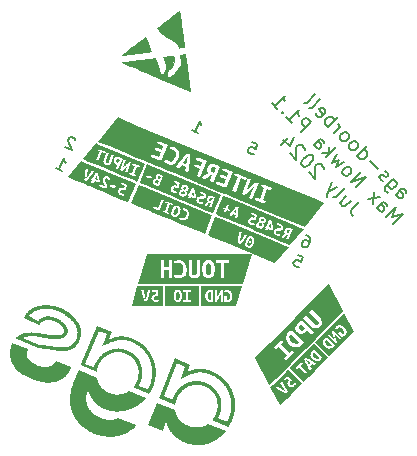
<source format=gbr>
%TF.GenerationSoftware,KiCad,Pcbnew,8.0.2*%
%TF.CreationDate,2024-09-09T19:27:49+02:00*%
%TF.ProjectId,AGS_Klingel_V2-1,4147535f-4b6c-4696-9e67-656c5f56322d,rev?*%
%TF.SameCoordinates,Original*%
%TF.FileFunction,Legend,Bot*%
%TF.FilePolarity,Positive*%
%FSLAX46Y46*%
G04 Gerber Fmt 4.6, Leading zero omitted, Abs format (unit mm)*
G04 Created by KiCad (PCBNEW 8.0.2) date 2024-09-09 19:27:49*
%MOMM*%
%LPD*%
G01*
G04 APERTURE LIST*
%ADD10C,0.000000*%
%ADD11C,0.200000*%
%ADD12C,0.010000*%
G04 APERTURE END LIST*
D10*
G36*
X-7382579Y-12098146D02*
G01*
X-7375124Y-12143292D01*
X-7366124Y-12188470D01*
X-7355587Y-12233613D01*
X-7343518Y-12278654D01*
X-7329922Y-12323524D01*
X-7314807Y-12368159D01*
X-7298177Y-12412490D01*
X-7280041Y-12456448D01*
X-7260401Y-12499968D01*
X-7239266Y-12542982D01*
X-7216642Y-12585422D01*
X-7192533Y-12627222D01*
X-7166946Y-12668314D01*
X-7139889Y-12708630D01*
X-7111365Y-12748104D01*
X-7081381Y-12786667D01*
X-7048794Y-12832876D01*
X-7013740Y-12878013D01*
X-6976303Y-12922040D01*
X-6936567Y-12964921D01*
X-6894615Y-13006618D01*
X-6850531Y-13047096D01*
X-6804400Y-13086317D01*
X-6756304Y-13124244D01*
X-6706328Y-13160839D01*
X-6654555Y-13196066D01*
X-6601070Y-13229889D01*
X-6545956Y-13262270D01*
X-6489296Y-13293173D01*
X-6431174Y-13322559D01*
X-6371676Y-13350394D01*
X-6310883Y-13376638D01*
X-6249667Y-13400932D01*
X-6188620Y-13423029D01*
X-6127771Y-13442921D01*
X-6067152Y-13460597D01*
X-6006792Y-13476047D01*
X-5946722Y-13489260D01*
X-5886973Y-13500227D01*
X-5827573Y-13508936D01*
X-5768554Y-13515379D01*
X-5709947Y-13519541D01*
X-5651781Y-13521417D01*
X-5594087Y-13520995D01*
X-5536895Y-13518262D01*
X-5480236Y-13513211D01*
X-5424141Y-13505830D01*
X-5368638Y-13496109D01*
X-5319111Y-13486792D01*
X-5270670Y-13476461D01*
X-5223244Y-13465112D01*
X-5176770Y-13452738D01*
X-5131180Y-13439333D01*
X-5086408Y-13424892D01*
X-5042387Y-13409407D01*
X-4999050Y-13392874D01*
X-4956332Y-13375285D01*
X-4914165Y-13356638D01*
X-4872482Y-13336922D01*
X-4831219Y-13316134D01*
X-4790307Y-13294268D01*
X-4749680Y-13271319D01*
X-4709273Y-13247278D01*
X-4669017Y-13222141D01*
X-3244951Y-13812008D01*
X-3297078Y-13874056D01*
X-3350340Y-13933739D01*
X-3404830Y-13991291D01*
X-3460639Y-14046951D01*
X-3517861Y-14100953D01*
X-3576584Y-14153534D01*
X-3636904Y-14204928D01*
X-3698910Y-14255375D01*
X-3787208Y-14322920D01*
X-3876206Y-14387005D01*
X-3965931Y-14447617D01*
X-4056412Y-14504744D01*
X-4147681Y-14558373D01*
X-4239765Y-14608491D01*
X-4332692Y-14655087D01*
X-4426494Y-14698148D01*
X-4521198Y-14737662D01*
X-4616833Y-14773614D01*
X-4713430Y-14805995D01*
X-4811016Y-14834792D01*
X-4909622Y-14859990D01*
X-5009276Y-14881580D01*
X-5110007Y-14899546D01*
X-5211845Y-14913878D01*
X-5311699Y-14929631D01*
X-5410543Y-14941637D01*
X-5508431Y-14949939D01*
X-5605415Y-14954583D01*
X-5701551Y-14955612D01*
X-5796892Y-14953071D01*
X-5891491Y-14947003D01*
X-5985401Y-14937452D01*
X-6078677Y-14924464D01*
X-6171372Y-14908081D01*
X-6263540Y-14888349D01*
X-6355234Y-14865309D01*
X-6446509Y-14839008D01*
X-6537417Y-14809490D01*
X-6628013Y-14776796D01*
X-6718350Y-14740974D01*
X-6782742Y-14713245D01*
X-6845953Y-14683887D01*
X-6908012Y-14652891D01*
X-6968948Y-14620243D01*
X-7028791Y-14585930D01*
X-7087570Y-14549941D01*
X-7145314Y-14512262D01*
X-7202055Y-14472881D01*
X-7257819Y-14431785D01*
X-7312637Y-14388962D01*
X-7366540Y-14344399D01*
X-7419554Y-14298084D01*
X-7471711Y-14250004D01*
X-7523039Y-14200146D01*
X-7573569Y-14148497D01*
X-7623330Y-14095047D01*
X-7666872Y-14038212D01*
X-7708947Y-13980366D01*
X-7749539Y-13921481D01*
X-7788637Y-13861528D01*
X-7826227Y-13800478D01*
X-7862296Y-13738304D01*
X-7896833Y-13674976D01*
X-7929823Y-13610466D01*
X-7961253Y-13544745D01*
X-7991111Y-13477785D01*
X-8019384Y-13409558D01*
X-8046059Y-13340034D01*
X-8071122Y-13269185D01*
X-8094562Y-13196983D01*
X-8116364Y-13123400D01*
X-8136518Y-13048406D01*
X-8171698Y-13158802D01*
X-8201970Y-13267470D01*
X-8227337Y-13374339D01*
X-8247802Y-13479342D01*
X-8263370Y-13582411D01*
X-8274043Y-13683477D01*
X-8279829Y-13782470D01*
X-8280728Y-13879323D01*
X-8276745Y-13973966D01*
X-8267886Y-14066330D01*
X-8254152Y-14156348D01*
X-8235549Y-14243951D01*
X-8212080Y-14329068D01*
X-8183750Y-14411633D01*
X-8150561Y-14491576D01*
X-8112519Y-14568829D01*
X-8068843Y-14648313D01*
X-8022686Y-14724616D01*
X-7973974Y-14797803D01*
X-7922635Y-14867936D01*
X-7868597Y-14935080D01*
X-7811791Y-14999300D01*
X-7752142Y-15060660D01*
X-7689580Y-15119222D01*
X-7624032Y-15175052D01*
X-7555427Y-15228213D01*
X-7483692Y-15278770D01*
X-7408757Y-15326785D01*
X-7330550Y-15372324D01*
X-7248997Y-15415451D01*
X-7164028Y-15456229D01*
X-7075572Y-15494722D01*
X-6981094Y-15531692D01*
X-6884976Y-15564841D01*
X-6836278Y-15579912D01*
X-6787142Y-15593945D01*
X-6737556Y-15606910D01*
X-6687512Y-15618780D01*
X-6637001Y-15629526D01*
X-6586010Y-15639122D01*
X-6534533Y-15647538D01*
X-6482557Y-15654748D01*
X-6430075Y-15660722D01*
X-6377076Y-15665432D01*
X-6323550Y-15668852D01*
X-6269488Y-15670953D01*
X-6219243Y-15670120D01*
X-6169978Y-15667859D01*
X-6121704Y-15664196D01*
X-6074433Y-15659157D01*
X-6028180Y-15652769D01*
X-5982957Y-15645057D01*
X-5938778Y-15636048D01*
X-5895656Y-15625767D01*
X-5853603Y-15614243D01*
X-5812633Y-15601500D01*
X-5772759Y-15587564D01*
X-5733994Y-15572463D01*
X-5696351Y-15556221D01*
X-5659844Y-15538867D01*
X-5624485Y-15520424D01*
X-5590288Y-15500922D01*
X-4069852Y-16130707D01*
X-4156967Y-16223590D01*
X-4246210Y-16311434D01*
X-4337607Y-16394292D01*
X-4431180Y-16472221D01*
X-4526956Y-16545275D01*
X-4624959Y-16613511D01*
X-4725213Y-16676984D01*
X-4827745Y-16735750D01*
X-4932578Y-16789864D01*
X-5039738Y-16839383D01*
X-5149251Y-16884360D01*
X-5261139Y-16924854D01*
X-5375429Y-16960918D01*
X-5492145Y-16992608D01*
X-5611312Y-17019981D01*
X-5732955Y-17043092D01*
X-5850881Y-17059952D01*
X-5969201Y-17072892D01*
X-6087805Y-17081892D01*
X-6206587Y-17086930D01*
X-6325437Y-17087983D01*
X-6444249Y-17085029D01*
X-6562914Y-17078047D01*
X-6681323Y-17067015D01*
X-6799368Y-17051911D01*
X-6916942Y-17032714D01*
X-7033935Y-17009400D01*
X-7150241Y-16981948D01*
X-7265750Y-16950338D01*
X-7380356Y-16914546D01*
X-7493948Y-16874550D01*
X-7606421Y-16830330D01*
X-7681390Y-16798230D01*
X-7754794Y-16764729D01*
X-7826712Y-16729861D01*
X-7897223Y-16693660D01*
X-7966404Y-16656162D01*
X-8034335Y-16617399D01*
X-8166760Y-16536215D01*
X-8295125Y-16450383D01*
X-8420060Y-16360176D01*
X-8542194Y-16265868D01*
X-8662154Y-16167730D01*
X-8716179Y-16114997D01*
X-8769154Y-16061115D01*
X-8821052Y-16006091D01*
X-8871845Y-15949937D01*
X-8921507Y-15892664D01*
X-8970011Y-15834281D01*
X-9017329Y-15774799D01*
X-9063436Y-15714229D01*
X-9108302Y-15652581D01*
X-9151903Y-15589866D01*
X-9194211Y-15526093D01*
X-9235197Y-15461273D01*
X-9274837Y-15395417D01*
X-9313104Y-15328536D01*
X-9349969Y-15260638D01*
X-9385406Y-15191736D01*
X-9417720Y-15118682D01*
X-9448259Y-15045225D01*
X-9476971Y-14971323D01*
X-9503805Y-14896931D01*
X-9528708Y-14822007D01*
X-9551627Y-14746507D01*
X-9572511Y-14670389D01*
X-9591308Y-14593609D01*
X-9607966Y-14516125D01*
X-9622431Y-14437892D01*
X-9634652Y-14358867D01*
X-9644577Y-14279008D01*
X-9652154Y-14198271D01*
X-9657331Y-14116612D01*
X-9660054Y-14033991D01*
X-9660273Y-13950361D01*
X-9661528Y-13864814D01*
X-9660173Y-13779249D01*
X-9656224Y-13693628D01*
X-9649699Y-13607909D01*
X-9640612Y-13522054D01*
X-9628982Y-13436025D01*
X-9614823Y-13349782D01*
X-9598151Y-13263286D01*
X-9578983Y-13176497D01*
X-9557335Y-13089377D01*
X-9533224Y-13001888D01*
X-9506665Y-12913988D01*
X-9477675Y-12825639D01*
X-9446269Y-12736803D01*
X-9412466Y-12647441D01*
X-9376280Y-12557511D01*
X-8921899Y-11460539D01*
X-7382579Y-12098146D01*
G37*
G36*
X-11542470Y-5956046D02*
G01*
X-11392978Y-5965839D01*
X-11243553Y-5982809D01*
X-11094864Y-6006977D01*
X-10947581Y-6038359D01*
X-10802376Y-6076978D01*
X-10659918Y-6122852D01*
X-10520878Y-6176000D01*
X-10405623Y-6223740D01*
X-10220671Y-6311747D01*
X-10039196Y-6412194D01*
X-9862789Y-6524058D01*
X-9693043Y-6646323D01*
X-9531551Y-6777968D01*
X-9379902Y-6917975D01*
X-9239690Y-7065324D01*
X-9112507Y-7218996D01*
X-8999943Y-7377971D01*
X-8903592Y-7541230D01*
X-8825045Y-7707756D01*
X-8792946Y-7791925D01*
X-8765895Y-7876527D01*
X-8744090Y-7961436D01*
X-8727732Y-8046524D01*
X-8717018Y-8131665D01*
X-8712149Y-8216730D01*
X-8713322Y-8301593D01*
X-8720738Y-8386124D01*
X-8734594Y-8470198D01*
X-8755090Y-8553687D01*
X-8802203Y-8731642D01*
X-8828937Y-8815239D01*
X-8857837Y-8895283D01*
X-8881013Y-8952302D01*
X-8888940Y-8971803D01*
X-8922281Y-9044825D01*
X-8957897Y-9114375D01*
X-8995823Y-9180480D01*
X-9036096Y-9243167D01*
X-9078752Y-9302460D01*
X-9123826Y-9358390D01*
X-9171354Y-9410979D01*
X-9221374Y-9460258D01*
X-9273920Y-9506250D01*
X-9329029Y-9548984D01*
X-9386737Y-9588486D01*
X-9447079Y-9624782D01*
X-9510093Y-9657898D01*
X-9575813Y-9687863D01*
X-9644276Y-9714702D01*
X-9715517Y-9738441D01*
X-9789574Y-9759108D01*
X-9866482Y-9776729D01*
X-9946276Y-9791330D01*
X-10028993Y-9802939D01*
X-10114671Y-9811582D01*
X-10295045Y-9820075D01*
X-10487688Y-9817023D01*
X-10692888Y-9802639D01*
X-10799188Y-9791442D01*
X-10905914Y-9778211D01*
X-11012486Y-9763446D01*
X-11118329Y-9747647D01*
X-11522887Y-9684142D01*
X-11728464Y-9650154D01*
X-11932931Y-9618842D01*
X-12034433Y-9604954D01*
X-12135277Y-9592652D01*
X-12235338Y-9582242D01*
X-12334488Y-9574031D01*
X-12342400Y-9593131D01*
X-14316592Y-8753017D01*
X-14263071Y-8706457D01*
X-13665903Y-8706457D01*
X-12280473Y-9280321D01*
X-12181335Y-9288633D01*
X-12081558Y-9299046D01*
X-11981487Y-9311154D01*
X-11881471Y-9324551D01*
X-11488891Y-9382903D01*
X-11283356Y-9416994D01*
X-11078982Y-9448530D01*
X-10977529Y-9462538D01*
X-10876728Y-9474944D01*
X-10776698Y-9485427D01*
X-10677559Y-9493667D01*
X-10658242Y-9501668D01*
X-10566354Y-9509546D01*
X-10477679Y-9515016D01*
X-10392173Y-9518062D01*
X-10309796Y-9518668D01*
X-10230507Y-9516815D01*
X-10154263Y-9512490D01*
X-10081023Y-9505673D01*
X-10010745Y-9496350D01*
X-9943388Y-9484501D01*
X-9878910Y-9470114D01*
X-9817270Y-9453167D01*
X-9758427Y-9433647D01*
X-9702338Y-9411536D01*
X-9648962Y-9386819D01*
X-9598257Y-9359476D01*
X-9550182Y-9329493D01*
X-9505757Y-9300253D01*
X-9463252Y-9268050D01*
X-9422615Y-9232840D01*
X-9383793Y-9194577D01*
X-9346734Y-9153215D01*
X-9311383Y-9108709D01*
X-9277688Y-9061011D01*
X-9245595Y-9010079D01*
X-9215051Y-8955864D01*
X-9186002Y-8898321D01*
X-9158397Y-8837405D01*
X-9132181Y-8773070D01*
X-9107301Y-8705270D01*
X-9083704Y-8633958D01*
X-9061336Y-8559091D01*
X-9040145Y-8480623D01*
X-9059898Y-8472441D01*
X-9051986Y-8453341D01*
X-9041739Y-8415691D01*
X-9033605Y-8377964D01*
X-9027498Y-8340200D01*
X-9023339Y-8302437D01*
X-9021042Y-8264712D01*
X-9020525Y-8227064D01*
X-9021706Y-8189532D01*
X-9024501Y-8152154D01*
X-9028827Y-8114969D01*
X-9034602Y-8078015D01*
X-9050165Y-8004954D01*
X-9070528Y-7933279D01*
X-9095025Y-7863297D01*
X-9122995Y-7795315D01*
X-9153773Y-7729642D01*
X-9186696Y-7666584D01*
X-9221101Y-7606450D01*
X-9256324Y-7549548D01*
X-9291702Y-7496183D01*
X-9326572Y-7446666D01*
X-9360270Y-7401301D01*
X-9417400Y-7332134D01*
X-9477412Y-7263999D01*
X-9540170Y-7197050D01*
X-9605538Y-7131443D01*
X-9673382Y-7067329D01*
X-9743566Y-7004863D01*
X-9815954Y-6944199D01*
X-9890414Y-6885492D01*
X-9966807Y-6828894D01*
X-10045001Y-6774561D01*
X-10124859Y-6722645D01*
X-10206246Y-6673301D01*
X-10289028Y-6626683D01*
X-10373069Y-6582944D01*
X-10458234Y-6542239D01*
X-10544387Y-6504722D01*
X-10545534Y-6502214D01*
X-10546831Y-6499771D01*
X-10548270Y-6497392D01*
X-10549840Y-6495077D01*
X-10551536Y-6492824D01*
X-10553348Y-6490635D01*
X-10557286Y-6486442D01*
X-10561586Y-6482492D01*
X-10566183Y-6478779D01*
X-10571006Y-6475300D01*
X-10575991Y-6472050D01*
X-10581068Y-6469024D01*
X-10586171Y-6466217D01*
X-10591230Y-6463625D01*
X-10596180Y-6461241D01*
X-10605480Y-6457082D01*
X-10613529Y-6453705D01*
X-10632630Y-6445793D01*
X-10755282Y-6402839D01*
X-10881636Y-6365484D01*
X-11010981Y-6333761D01*
X-11142603Y-6307699D01*
X-11275791Y-6287333D01*
X-11409830Y-6272693D01*
X-11544008Y-6263812D01*
X-11677612Y-6260722D01*
X-11809930Y-6263453D01*
X-11940249Y-6272039D01*
X-12067856Y-6286510D01*
X-12192038Y-6306900D01*
X-12312083Y-6333240D01*
X-12427276Y-6365561D01*
X-12536908Y-6403896D01*
X-12640262Y-6448277D01*
X-12683412Y-6472737D01*
X-12725213Y-6497745D01*
X-12765666Y-6523300D01*
X-12804770Y-6549405D01*
X-12842524Y-6576060D01*
X-12878927Y-6603266D01*
X-12913978Y-6631025D01*
X-12947677Y-6659337D01*
X-12980025Y-6688203D01*
X-13011018Y-6717625D01*
X-13040658Y-6747603D01*
X-13068943Y-6778139D01*
X-13095872Y-6809233D01*
X-13121445Y-6840886D01*
X-13145661Y-6873101D01*
X-13168520Y-6905877D01*
X-12340691Y-7248775D01*
X-12310952Y-7219124D01*
X-12280501Y-7190365D01*
X-12249330Y-7162563D01*
X-12217436Y-7135788D01*
X-12184809Y-7110103D01*
X-12151448Y-7085579D01*
X-12117343Y-7062281D01*
X-12082492Y-7040277D01*
X-12046887Y-7019634D01*
X-12010522Y-7000420D01*
X-11973393Y-6982701D01*
X-11935493Y-6966543D01*
X-11896817Y-6952016D01*
X-11857359Y-6939186D01*
X-11817113Y-6928120D01*
X-11776074Y-6918885D01*
X-11707252Y-6907229D01*
X-11639155Y-6899299D01*
X-11571911Y-6894844D01*
X-11505648Y-6893615D01*
X-11440494Y-6895359D01*
X-11376574Y-6899827D01*
X-11314018Y-6906767D01*
X-11252952Y-6915927D01*
X-11193503Y-6927057D01*
X-11135799Y-6939908D01*
X-11079969Y-6954226D01*
X-11026138Y-6969762D01*
X-10974434Y-6986264D01*
X-10924985Y-7003481D01*
X-10833358Y-7039060D01*
X-10783249Y-7060822D01*
X-10733781Y-7084157D01*
X-10684857Y-7108845D01*
X-10636377Y-7134671D01*
X-10588241Y-7161414D01*
X-10540350Y-7188857D01*
X-10444908Y-7244972D01*
X-10382248Y-7289673D01*
X-10319784Y-7338068D01*
X-10258219Y-7389933D01*
X-10198252Y-7445041D01*
X-10140583Y-7503167D01*
X-10085913Y-7564084D01*
X-10034944Y-7627566D01*
X-9988375Y-7693386D01*
X-9946906Y-7761319D01*
X-9911238Y-7831139D01*
X-9882072Y-7902620D01*
X-9870147Y-7938913D01*
X-9860109Y-7975536D01*
X-9852047Y-8012461D01*
X-9846048Y-8049659D01*
X-9842201Y-8087103D01*
X-9840591Y-8124765D01*
X-9841307Y-8162616D01*
X-9844437Y-8200627D01*
X-9850068Y-8238771D01*
X-9858288Y-8277020D01*
X-9864281Y-8309844D01*
X-9873115Y-8344414D01*
X-9885147Y-8380315D01*
X-9900734Y-8417134D01*
X-9920229Y-8454456D01*
X-9931554Y-8473176D01*
X-9943991Y-8491868D01*
X-9957583Y-8510479D01*
X-9972373Y-8528957D01*
X-9988410Y-8547250D01*
X-10005735Y-8565308D01*
X-10024394Y-8583077D01*
X-10044431Y-8600507D01*
X-10065889Y-8617545D01*
X-10088816Y-8634141D01*
X-10113254Y-8650241D01*
X-10139247Y-8665795D01*
X-10166842Y-8680751D01*
X-10196081Y-8695057D01*
X-10227010Y-8708662D01*
X-10259673Y-8721512D01*
X-10294114Y-8733558D01*
X-10330378Y-8744746D01*
X-10368511Y-8755027D01*
X-10408555Y-8764346D01*
X-10450556Y-8772654D01*
X-10494558Y-8779898D01*
X-10592677Y-8792203D01*
X-10689393Y-8801117D01*
X-10784797Y-8806866D01*
X-10878986Y-8809676D01*
X-10972052Y-8809773D01*
X-11064089Y-8807382D01*
X-11155193Y-8802730D01*
X-11245456Y-8796043D01*
X-11423835Y-8777465D01*
X-11599981Y-8753456D01*
X-11774643Y-8725825D01*
X-11948575Y-8696377D01*
X-12008674Y-8680902D01*
X-12067868Y-8667677D01*
X-12126288Y-8656376D01*
X-12184058Y-8646674D01*
X-12241308Y-8638251D01*
X-12298165Y-8630778D01*
X-12411216Y-8617395D01*
X-12443306Y-8610172D01*
X-12485359Y-8602631D01*
X-12536564Y-8595207D01*
X-12596110Y-8588334D01*
X-12663186Y-8582443D01*
X-12736979Y-8577969D01*
X-12816679Y-8575344D01*
X-12901474Y-8575003D01*
X-12990554Y-8577378D01*
X-13083106Y-8582902D01*
X-13178319Y-8592010D01*
X-13275382Y-8605134D01*
X-13373483Y-8622708D01*
X-13471811Y-8645164D01*
X-13569555Y-8672936D01*
X-13617955Y-8688951D01*
X-13665903Y-8706457D01*
X-14263071Y-8706457D01*
X-14210847Y-8661025D01*
X-14151995Y-8614907D01*
X-14091383Y-8572255D01*
X-14029196Y-8532949D01*
X-13965621Y-8496871D01*
X-13900842Y-8463903D01*
X-13835048Y-8433926D01*
X-13768422Y-8406822D01*
X-13701153Y-8382472D01*
X-13565425Y-8341561D01*
X-13429353Y-8310243D01*
X-13294426Y-8287572D01*
X-13162131Y-8272598D01*
X-13033960Y-8264374D01*
X-12911398Y-8261952D01*
X-12795936Y-8264384D01*
X-12689061Y-8270720D01*
X-12592265Y-8280014D01*
X-12507033Y-8291316D01*
X-12434855Y-8303680D01*
X-12377221Y-8316156D01*
X-11886609Y-8384092D01*
X-11722644Y-8416720D01*
X-11557926Y-8446283D01*
X-11392444Y-8471460D01*
X-11226192Y-8490927D01*
X-11142775Y-8498106D01*
X-11059161Y-8503363D01*
X-10975351Y-8506530D01*
X-10891343Y-8507444D01*
X-10807136Y-8505938D01*
X-10722729Y-8501848D01*
X-10638120Y-8495007D01*
X-10553310Y-8485252D01*
X-10521757Y-8480661D01*
X-10489906Y-8474673D01*
X-10458005Y-8467250D01*
X-10426301Y-8458355D01*
X-10395040Y-8447951D01*
X-10364472Y-8435998D01*
X-10334843Y-8422459D01*
X-10306400Y-8407298D01*
X-10279391Y-8390476D01*
X-10266502Y-8381430D01*
X-10254063Y-8371955D01*
X-10242107Y-8362046D01*
X-10230664Y-8351698D01*
X-10219764Y-8340907D01*
X-10209441Y-8329668D01*
X-10199723Y-8317976D01*
X-10190641Y-8305827D01*
X-10182227Y-8293214D01*
X-10174512Y-8280135D01*
X-10167526Y-8266585D01*
X-10161300Y-8252558D01*
X-10155867Y-8238050D01*
X-10151255Y-8223056D01*
X-10146804Y-8199758D01*
X-10144131Y-8176133D01*
X-10143179Y-8152216D01*
X-10143892Y-8128041D01*
X-10146216Y-8103645D01*
X-10150093Y-8079062D01*
X-10155471Y-8054328D01*
X-10162292Y-8029480D01*
X-10170498Y-8004550D01*
X-10180038Y-7979576D01*
X-10190853Y-7954591D01*
X-10202889Y-7929632D01*
X-10216088Y-7904734D01*
X-10230399Y-7879933D01*
X-10245761Y-7855262D01*
X-10262121Y-7830759D01*
X-10297612Y-7782392D01*
X-10336424Y-7735118D01*
X-10378114Y-7689217D01*
X-10422236Y-7644971D01*
X-10468342Y-7602665D01*
X-10515990Y-7562578D01*
X-10564733Y-7524995D01*
X-10614126Y-7490199D01*
X-10654920Y-7465831D01*
X-10696319Y-7443069D01*
X-10738242Y-7421682D01*
X-10780602Y-7401440D01*
X-10823317Y-7382111D01*
X-10866303Y-7363466D01*
X-10952753Y-7327303D01*
X-10996422Y-7309768D01*
X-11040853Y-7293086D01*
X-11085966Y-7277388D01*
X-11131682Y-7262804D01*
X-11177920Y-7249463D01*
X-11224602Y-7237497D01*
X-11271645Y-7227034D01*
X-11318972Y-7218204D01*
X-11366502Y-7211138D01*
X-11414155Y-7205965D01*
X-11461851Y-7202816D01*
X-11509510Y-7201820D01*
X-11557054Y-7203108D01*
X-11604400Y-7206808D01*
X-11651470Y-7213051D01*
X-11698183Y-7221968D01*
X-11738995Y-7230959D01*
X-11778428Y-7241605D01*
X-11816549Y-7253911D01*
X-11853431Y-7267885D01*
X-11889143Y-7283530D01*
X-11923756Y-7300853D01*
X-11957338Y-7319860D01*
X-11989961Y-7340556D01*
X-12021694Y-7362945D01*
X-12052610Y-7387035D01*
X-12082774Y-7412831D01*
X-12112260Y-7440338D01*
X-12141137Y-7469562D01*
X-12169476Y-7500508D01*
X-12197345Y-7533183D01*
X-12224816Y-7567592D01*
X-12248730Y-7625326D01*
X-13576425Y-7075377D01*
X-13544599Y-6998542D01*
X-13519601Y-6933020D01*
X-13491249Y-6869447D01*
X-13459612Y-6807828D01*
X-13424757Y-6748170D01*
X-13386752Y-6690481D01*
X-13345666Y-6634766D01*
X-13301565Y-6581031D01*
X-13254518Y-6529283D01*
X-13204593Y-6479530D01*
X-13151858Y-6431777D01*
X-13096380Y-6386031D01*
X-13038228Y-6342298D01*
X-12977469Y-6300585D01*
X-12914170Y-6260899D01*
X-12848402Y-6223245D01*
X-12780230Y-6187631D01*
X-12660316Y-6133713D01*
X-12534432Y-6086797D01*
X-12403254Y-6046901D01*
X-12267446Y-6014044D01*
X-12127682Y-5988248D01*
X-11984632Y-5969530D01*
X-11838967Y-5957910D01*
X-11691356Y-5953409D01*
X-11542470Y-5956046D01*
G37*
G36*
X-13175216Y-9698759D02*
G01*
X-13204370Y-9722884D01*
X-13230395Y-9748751D01*
X-13253359Y-9776250D01*
X-13273327Y-9805271D01*
X-13290364Y-9835704D01*
X-13304538Y-9867440D01*
X-13315911Y-9900367D01*
X-13324552Y-9934378D01*
X-13330526Y-9969360D01*
X-13333898Y-10005205D01*
X-13334735Y-10041803D01*
X-13333102Y-10079045D01*
X-13329065Y-10116818D01*
X-13322689Y-10155016D01*
X-13314040Y-10193527D01*
X-13303185Y-10232240D01*
X-13290188Y-10271048D01*
X-13275116Y-10309839D01*
X-13258034Y-10348504D01*
X-13239009Y-10386932D01*
X-13218105Y-10425015D01*
X-13195390Y-10462641D01*
X-13170928Y-10499702D01*
X-13144784Y-10536086D01*
X-13117026Y-10571685D01*
X-13087719Y-10606390D01*
X-13056928Y-10640088D01*
X-13024720Y-10672671D01*
X-12991160Y-10704028D01*
X-12956313Y-10734050D01*
X-12920246Y-10762629D01*
X-12883024Y-10789651D01*
X-12752588Y-10876098D01*
X-12616779Y-10953453D01*
X-12476837Y-11020969D01*
X-12334006Y-11077896D01*
X-12189527Y-11123491D01*
X-12044643Y-11157004D01*
X-11900594Y-11177687D01*
X-11758623Y-11184796D01*
X-11688806Y-11183025D01*
X-11619973Y-11177581D01*
X-11552281Y-11168368D01*
X-11485885Y-11155295D01*
X-11420939Y-11138268D01*
X-11357599Y-11117192D01*
X-11296022Y-11091975D01*
X-11236360Y-11062525D01*
X-11178772Y-11028745D01*
X-11123409Y-10990546D01*
X-11070430Y-10947829D01*
X-11019988Y-10900506D01*
X-10972239Y-10848481D01*
X-10927338Y-10791661D01*
X-10885440Y-10729952D01*
X-10846702Y-10663261D01*
X-9576522Y-11189387D01*
X-9610016Y-11288720D01*
X-9647826Y-11384346D01*
X-9689840Y-11476240D01*
X-9735950Y-11564377D01*
X-9786046Y-11648731D01*
X-9840018Y-11729279D01*
X-9897758Y-11805997D01*
X-9959154Y-11878858D01*
X-10024099Y-11947839D01*
X-10092482Y-12012915D01*
X-10164194Y-12074061D01*
X-10239126Y-12131252D01*
X-10317168Y-12184465D01*
X-10398210Y-12233674D01*
X-10482143Y-12278854D01*
X-10568859Y-12319981D01*
X-10658246Y-12357030D01*
X-10750195Y-12389978D01*
X-10844598Y-12418797D01*
X-10941344Y-12443465D01*
X-11040325Y-12463956D01*
X-11141430Y-12480246D01*
X-11244550Y-12492310D01*
X-11349577Y-12500124D01*
X-11456398Y-12503662D01*
X-11564907Y-12502901D01*
X-11674993Y-12497815D01*
X-11786546Y-12488379D01*
X-11899459Y-12474569D01*
X-12013619Y-12456361D01*
X-12128919Y-12433730D01*
X-12245248Y-12406650D01*
X-12472851Y-12338395D01*
X-12557746Y-12311230D01*
X-12636542Y-12283955D01*
X-12719119Y-12253003D01*
X-12815358Y-12214810D01*
X-13088341Y-12102439D01*
X-13229710Y-12036713D01*
X-13364501Y-11967912D01*
X-13492753Y-11896170D01*
X-13614505Y-11821619D01*
X-13729795Y-11744392D01*
X-13838662Y-11664621D01*
X-13941145Y-11582440D01*
X-14037280Y-11497981D01*
X-14127110Y-11411377D01*
X-14210671Y-11322760D01*
X-14288002Y-11232264D01*
X-14359142Y-11140022D01*
X-14424128Y-11046166D01*
X-14483002Y-10950829D01*
X-14535800Y-10854143D01*
X-14582563Y-10756243D01*
X-14623326Y-10657259D01*
X-14658131Y-10557325D01*
X-14687015Y-10456576D01*
X-14710017Y-10355141D01*
X-14727176Y-10253155D01*
X-14738530Y-10150751D01*
X-14744119Y-10048061D01*
X-14743981Y-9945217D01*
X-14738153Y-9842353D01*
X-14726676Y-9739602D01*
X-14709588Y-9637096D01*
X-14686926Y-9534968D01*
X-14658732Y-9433352D01*
X-14625042Y-9332379D01*
X-14585895Y-9232182D01*
X-14541331Y-9132895D01*
X-13175216Y-9698759D01*
G37*
G36*
X-6143767Y-8237481D02*
G01*
X-6446658Y-8968723D01*
X-6393588Y-8924653D01*
X-6339783Y-8883916D01*
X-6285194Y-8846401D01*
X-6229777Y-8811996D01*
X-6173483Y-8780590D01*
X-6116265Y-8752071D01*
X-6058077Y-8726328D01*
X-5998872Y-8703250D01*
X-5938602Y-8682727D01*
X-5877222Y-8664645D01*
X-5814684Y-8648893D01*
X-5750942Y-8635362D01*
X-5685948Y-8623939D01*
X-5619656Y-8614512D01*
X-5552019Y-8606971D01*
X-5482989Y-8601203D01*
X-5408271Y-8595467D01*
X-5333560Y-8592334D01*
X-5258847Y-8591776D01*
X-5184120Y-8593765D01*
X-5109369Y-8598272D01*
X-5034583Y-8605267D01*
X-4959752Y-8614722D01*
X-4884867Y-8626608D01*
X-4809915Y-8640897D01*
X-4734888Y-8657559D01*
X-4659773Y-8676566D01*
X-4584562Y-8697888D01*
X-4509243Y-8721498D01*
X-4433805Y-8747365D01*
X-4358239Y-8775462D01*
X-4282535Y-8805759D01*
X-4199991Y-8841275D01*
X-4118430Y-8879057D01*
X-4037890Y-8919124D01*
X-3958410Y-8961489D01*
X-3880027Y-9006169D01*
X-3802781Y-9053185D01*
X-3726709Y-9102550D01*
X-3651853Y-9154282D01*
X-3578249Y-9208398D01*
X-3505936Y-9264914D01*
X-3434953Y-9323846D01*
X-3365338Y-9385213D01*
X-3297130Y-9449031D01*
X-3230368Y-9515318D01*
X-3165090Y-9584087D01*
X-3101335Y-9655358D01*
X-3039608Y-9728960D01*
X-2980427Y-9804694D01*
X-2923844Y-9882538D01*
X-2869915Y-9962467D01*
X-2818693Y-10044457D01*
X-2770232Y-10128485D01*
X-2724587Y-10214524D01*
X-2681812Y-10302555D01*
X-2641960Y-10392550D01*
X-2605087Y-10484487D01*
X-2571246Y-10578342D01*
X-2540491Y-10674090D01*
X-2512878Y-10771709D01*
X-2488459Y-10871173D01*
X-2467289Y-10972460D01*
X-2449422Y-11075544D01*
X-2430259Y-11177812D01*
X-2415160Y-11280994D01*
X-2404115Y-11385063D01*
X-2397113Y-11489989D01*
X-2394147Y-11595746D01*
X-2395205Y-11702306D01*
X-2400280Y-11809641D01*
X-2409359Y-11917722D01*
X-2422435Y-12026525D01*
X-2439498Y-12136018D01*
X-2460538Y-12246177D01*
X-2485545Y-12356972D01*
X-2514510Y-12468376D01*
X-2547423Y-12580362D01*
X-2584275Y-12692901D01*
X-2625057Y-12805966D01*
X-2633460Y-12825623D01*
X-2658868Y-12885059D01*
X-2694370Y-12963152D01*
X-2731475Y-13040026D01*
X-2770101Y-13115463D01*
X-2810164Y-13189245D01*
X-2851578Y-13261152D01*
X-2894259Y-13330968D01*
X-2938123Y-13398473D01*
X-2962038Y-13456208D01*
X-4309485Y-12898077D01*
X-4250070Y-12809274D01*
X-4215656Y-12764406D01*
X-4183035Y-12718796D01*
X-4152211Y-12672441D01*
X-4123183Y-12625343D01*
X-4095957Y-12577497D01*
X-4070535Y-12528905D01*
X-4046919Y-12479565D01*
X-4025110Y-12429476D01*
X-4002036Y-12371854D01*
X-3980669Y-12314530D01*
X-3960986Y-12257444D01*
X-3942964Y-12200538D01*
X-3926578Y-12143755D01*
X-3911803Y-12087037D01*
X-3898618Y-12030324D01*
X-3886995Y-11973560D01*
X-3876912Y-11916684D01*
X-3868345Y-11859641D01*
X-3861269Y-11802371D01*
X-3855661Y-11744816D01*
X-3851495Y-11686918D01*
X-3848749Y-11628619D01*
X-3847398Y-11569860D01*
X-3847418Y-11510585D01*
X-3854104Y-11453460D01*
X-3862495Y-11396701D01*
X-3872576Y-11340350D01*
X-3884330Y-11284447D01*
X-3897744Y-11229035D01*
X-3912800Y-11174154D01*
X-3929485Y-11119845D01*
X-3947782Y-11066151D01*
X-3967678Y-11013113D01*
X-3989155Y-10960771D01*
X-4012200Y-10909167D01*
X-4036796Y-10858343D01*
X-4062929Y-10808339D01*
X-4090582Y-10759198D01*
X-4119742Y-10710960D01*
X-4150393Y-10663666D01*
X-4184764Y-10612743D01*
X-4220996Y-10563656D01*
X-4259101Y-10516368D01*
X-4299094Y-10470837D01*
X-4340993Y-10427027D01*
X-4384810Y-10384894D01*
X-4430562Y-10344404D01*
X-4478262Y-10305513D01*
X-4527926Y-10268184D01*
X-4579569Y-10232378D01*
X-4633206Y-10198054D01*
X-4688852Y-10165173D01*
X-4746522Y-10133697D01*
X-4806231Y-10103585D01*
X-4867993Y-10074799D01*
X-4931825Y-10047299D01*
X-4986137Y-10025857D01*
X-5040738Y-10006405D01*
X-5095629Y-9988944D01*
X-5150812Y-9973474D01*
X-5206287Y-9959993D01*
X-5262055Y-9948502D01*
X-5318118Y-9939002D01*
X-5374477Y-9931491D01*
X-5431133Y-9925970D01*
X-5488086Y-9922440D01*
X-5545340Y-9920898D01*
X-5602891Y-9921347D01*
X-5660745Y-9923785D01*
X-5718901Y-9928212D01*
X-5777360Y-9934629D01*
X-5836123Y-9943037D01*
X-5894731Y-9953318D01*
X-5952963Y-9965357D01*
X-6010757Y-9979176D01*
X-6068056Y-9994797D01*
X-6124801Y-10012241D01*
X-6180933Y-10031531D01*
X-6236392Y-10052690D01*
X-6291121Y-10075739D01*
X-6345059Y-10100701D01*
X-6398148Y-10127597D01*
X-6450329Y-10156450D01*
X-6501543Y-10187282D01*
X-6551731Y-10220117D01*
X-6600834Y-10254974D01*
X-6648793Y-10291878D01*
X-6695549Y-10330850D01*
X-6743045Y-10366458D01*
X-6788919Y-10403256D01*
X-6833172Y-10441248D01*
X-6875805Y-10480432D01*
X-6916818Y-10520811D01*
X-6956212Y-10562384D01*
X-6993988Y-10605154D01*
X-7030145Y-10649118D01*
X-7064687Y-10694282D01*
X-7097612Y-10740642D01*
X-7128921Y-10788201D01*
X-7158616Y-10836960D01*
X-7186697Y-10886919D01*
X-7213164Y-10938080D01*
X-7238018Y-10990444D01*
X-7261261Y-11044008D01*
X-7284223Y-11101979D01*
X-7305303Y-11160484D01*
X-7324401Y-11219298D01*
X-7341416Y-11278194D01*
X-7356250Y-11336944D01*
X-7368802Y-11395322D01*
X-7378972Y-11453102D01*
X-7386662Y-11510055D01*
X-7407658Y-11614771D01*
X-8754673Y-11056820D01*
X-8689135Y-10898598D01*
X-8373562Y-10898598D01*
X-7642535Y-11201399D01*
X-7531053Y-10932257D01*
X-7504714Y-10871235D01*
X-7476560Y-10811020D01*
X-7446573Y-10751648D01*
X-7414735Y-10693156D01*
X-7381030Y-10635584D01*
X-7345439Y-10578967D01*
X-7307945Y-10523343D01*
X-7268529Y-10468750D01*
X-7227175Y-10415225D01*
X-7183865Y-10362805D01*
X-7138581Y-10311529D01*
X-7091306Y-10261433D01*
X-7042021Y-10212556D01*
X-6990710Y-10164934D01*
X-6937356Y-10118605D01*
X-6881938Y-10073607D01*
X-6826574Y-10033706D01*
X-6770252Y-9995313D01*
X-6712997Y-9958485D01*
X-6654831Y-9923281D01*
X-6595780Y-9889758D01*
X-6535863Y-9857975D01*
X-6475105Y-9827989D01*
X-6413529Y-9799861D01*
X-6351157Y-9773647D01*
X-6288014Y-9749407D01*
X-6224122Y-9727198D01*
X-6159503Y-9707078D01*
X-6094181Y-9689106D01*
X-6028179Y-9673339D01*
X-5961520Y-9659838D01*
X-5894227Y-9648659D01*
X-5825299Y-9636406D01*
X-5756583Y-9627185D01*
X-5688086Y-9620929D01*
X-5619813Y-9617566D01*
X-5551769Y-9617026D01*
X-5483960Y-9619241D01*
X-5416393Y-9624140D01*
X-5349072Y-9631653D01*
X-5282003Y-9641712D01*
X-5215194Y-9654245D01*
X-5148647Y-9669182D01*
X-5082370Y-9686456D01*
X-5016368Y-9705994D01*
X-4950648Y-9727729D01*
X-4885214Y-9751590D01*
X-4820073Y-9777506D01*
X-4745510Y-9809705D01*
X-4673211Y-9843576D01*
X-4603161Y-9879090D01*
X-4535356Y-9916219D01*
X-4469782Y-9954937D01*
X-4406430Y-9995213D01*
X-4345292Y-10037021D01*
X-4286357Y-10080332D01*
X-4229615Y-10125119D01*
X-4175057Y-10171353D01*
X-4122674Y-10219006D01*
X-4072453Y-10268051D01*
X-4024388Y-10318460D01*
X-3978468Y-10370202D01*
X-3934683Y-10423254D01*
X-3893023Y-10477585D01*
X-3854976Y-10536386D01*
X-3819279Y-10595810D01*
X-3785902Y-10655866D01*
X-3754815Y-10716566D01*
X-3725986Y-10777920D01*
X-3699385Y-10839939D01*
X-3674982Y-10902633D01*
X-3652746Y-10966016D01*
X-3632645Y-11030094D01*
X-3614652Y-11094882D01*
X-3598733Y-11160388D01*
X-3584859Y-11226623D01*
X-3573000Y-11293600D01*
X-3563124Y-11361328D01*
X-3555202Y-11429818D01*
X-3549202Y-11499080D01*
X-3548551Y-11567057D01*
X-3549303Y-11634503D01*
X-3551511Y-11701464D01*
X-3555227Y-11767988D01*
X-3560501Y-11834121D01*
X-3567386Y-11899909D01*
X-3575934Y-11965400D01*
X-3586196Y-12030640D01*
X-3598225Y-12095676D01*
X-3612070Y-12160554D01*
X-3627785Y-12225322D01*
X-3645422Y-12290026D01*
X-3665032Y-12354714D01*
X-3686667Y-12419431D01*
X-3710378Y-12484223D01*
X-3736217Y-12549140D01*
X-3760403Y-12606675D01*
X-3773069Y-12635226D01*
X-3786416Y-12663500D01*
X-3800669Y-12691401D01*
X-3808205Y-12705179D01*
X-3816052Y-12718827D01*
X-3824237Y-12732330D01*
X-3832789Y-12745680D01*
X-3841735Y-12758861D01*
X-3851104Y-12771861D01*
X-3100761Y-13082663D01*
X-3044893Y-12987910D01*
X-3017756Y-12940858D01*
X-2991577Y-12894197D01*
X-2966674Y-12848056D01*
X-2943366Y-12802564D01*
X-2921973Y-12757853D01*
X-2902814Y-12714053D01*
X-2868311Y-12607073D01*
X-2837006Y-12501371D01*
X-2808917Y-12396905D01*
X-2784059Y-12293637D01*
X-2762454Y-12191527D01*
X-2744117Y-12090536D01*
X-2729067Y-11990624D01*
X-2717322Y-11891749D01*
X-2708898Y-11793873D01*
X-2703815Y-11696957D01*
X-2702089Y-11600961D01*
X-2703739Y-11505844D01*
X-2708782Y-11411567D01*
X-2717237Y-11318089D01*
X-2729121Y-11225373D01*
X-2744450Y-11133377D01*
X-2762673Y-11042320D01*
X-2783462Y-10952392D01*
X-2806809Y-10863662D01*
X-2832706Y-10776199D01*
X-2861147Y-10690069D01*
X-2892123Y-10605340D01*
X-2925627Y-10522081D01*
X-2961651Y-10440360D01*
X-3000187Y-10360243D01*
X-3041229Y-10281801D01*
X-3084768Y-10205099D01*
X-3130797Y-10130208D01*
X-3179307Y-10057193D01*
X-3230293Y-9986123D01*
X-3283745Y-9917068D01*
X-3339656Y-9850093D01*
X-3397357Y-9785179D01*
X-3456022Y-9722517D01*
X-3515680Y-9662094D01*
X-3576359Y-9603900D01*
X-3638084Y-9547919D01*
X-3700884Y-9494143D01*
X-3764785Y-9442559D01*
X-3829817Y-9393152D01*
X-3896005Y-9345913D01*
X-3963378Y-9300830D01*
X-4031963Y-9257888D01*
X-4101785Y-9217078D01*
X-4172875Y-9178386D01*
X-4245259Y-9141800D01*
X-4318964Y-9107310D01*
X-4394018Y-9074902D01*
X-4459147Y-9048979D01*
X-4524534Y-9025060D01*
X-4590150Y-9003157D01*
X-4655969Y-8983280D01*
X-4721966Y-8965441D01*
X-4788112Y-8949652D01*
X-4854382Y-8935924D01*
X-4920749Y-8924268D01*
X-4987187Y-8914696D01*
X-5053668Y-8907218D01*
X-5120166Y-8901848D01*
X-5186655Y-8898594D01*
X-5253109Y-8897470D01*
X-5319499Y-8898486D01*
X-5385801Y-8901655D01*
X-5451986Y-8906987D01*
X-5494373Y-8909726D01*
X-5543779Y-8915517D01*
X-5598928Y-8923996D01*
X-5658548Y-8934800D01*
X-5786105Y-8961934D01*
X-5916260Y-8994017D01*
X-6038824Y-9028146D01*
X-6143608Y-9061423D01*
X-6186148Y-9076835D01*
X-6220422Y-9090945D01*
X-6245156Y-9103390D01*
X-6259077Y-9113809D01*
X-6936282Y-9442326D01*
X-6732366Y-8895389D01*
X-6525045Y-8394871D01*
X-7217651Y-8107983D01*
X-8373562Y-10898598D01*
X-8689135Y-10898598D01*
X-7375528Y-7727270D01*
X-6143767Y-8237481D01*
G37*
G36*
X522470Y-10976084D02*
G01*
X219580Y-11707325D01*
X269406Y-11662203D01*
X320643Y-11621114D01*
X373287Y-11583827D01*
X427332Y-11550111D01*
X482774Y-11519737D01*
X539608Y-11492473D01*
X597828Y-11468087D01*
X657429Y-11446352D01*
X718407Y-11427032D01*
X780757Y-11409900D01*
X844473Y-11394725D01*
X909551Y-11381275D01*
X975985Y-11369320D01*
X1043771Y-11358629D01*
X1183378Y-11340114D01*
X1258402Y-11334459D01*
X1333799Y-11331572D01*
X1409524Y-11331398D01*
X1485531Y-11333888D01*
X1561774Y-11338989D01*
X1638210Y-11346647D01*
X1714794Y-11356812D01*
X1791479Y-11369430D01*
X1868223Y-11384450D01*
X1944978Y-11401820D01*
X2021700Y-11421486D01*
X2098343Y-11443399D01*
X2174865Y-11467503D01*
X2251217Y-11493749D01*
X2327357Y-11522083D01*
X2403237Y-11552454D01*
X2485663Y-11588175D01*
X2566984Y-11626576D01*
X2647211Y-11667628D01*
X2726357Y-11711302D01*
X2804434Y-11757570D01*
X2881453Y-11806403D01*
X2957424Y-11857771D01*
X3032361Y-11911646D01*
X3106274Y-11968000D01*
X3179174Y-12026804D01*
X3251075Y-12088028D01*
X3321986Y-12151646D01*
X3391920Y-12217627D01*
X3460888Y-12285942D01*
X3528900Y-12356563D01*
X3595971Y-12429461D01*
X3657634Y-12503031D01*
X3716812Y-12578726D01*
X3773489Y-12656503D01*
X3827649Y-12736323D01*
X3879274Y-12818142D01*
X3928349Y-12901922D01*
X3974855Y-12987617D01*
X4018779Y-13075189D01*
X4060101Y-13164595D01*
X4098805Y-13255793D01*
X4134876Y-13348743D01*
X4168296Y-13443401D01*
X4199049Y-13539729D01*
X4227118Y-13637682D01*
X4252487Y-13737222D01*
X4275137Y-13838304D01*
X4290931Y-13939099D01*
X4303083Y-14041037D01*
X4311595Y-14144117D01*
X4316466Y-14248340D01*
X4317698Y-14353705D01*
X4315290Y-14460210D01*
X4309242Y-14567855D01*
X4299555Y-14676641D01*
X4286228Y-14786564D01*
X4269263Y-14897626D01*
X4248659Y-15009825D01*
X4224417Y-15123161D01*
X4196536Y-15237633D01*
X4165018Y-15353242D01*
X4129862Y-15469985D01*
X4091068Y-15587862D01*
X4059866Y-15660640D01*
X4026325Y-15733966D01*
X3990625Y-15807405D01*
X3952946Y-15880522D01*
X3913469Y-15952882D01*
X3872373Y-16024050D01*
X3829839Y-16093591D01*
X3786046Y-16161071D01*
X3734899Y-16230158D01*
X2388038Y-15672270D01*
X2447236Y-15583377D01*
X2481994Y-15537679D01*
X2515521Y-15489881D01*
X2547628Y-15440432D01*
X2578123Y-15389786D01*
X2606818Y-15338395D01*
X2633521Y-15286709D01*
X2658044Y-15235181D01*
X2680196Y-15184262D01*
X2701946Y-15129826D01*
X2722287Y-15074883D01*
X2741171Y-15019477D01*
X2758544Y-14963651D01*
X2774356Y-14907449D01*
X2788558Y-14850912D01*
X2801098Y-14794087D01*
X2811925Y-14737014D01*
X2820987Y-14679739D01*
X2828237Y-14622305D01*
X2833621Y-14564753D01*
X2837089Y-14507130D01*
X2838590Y-14449477D01*
X2838075Y-14391837D01*
X2835491Y-14334256D01*
X2830788Y-14276775D01*
X2828791Y-14217609D01*
X2824476Y-14159053D01*
X2817870Y-14101121D01*
X2808999Y-14043823D01*
X2797892Y-13987177D01*
X2784573Y-13931192D01*
X2769072Y-13875884D01*
X2751413Y-13821266D01*
X2731624Y-13767351D01*
X2709733Y-13714153D01*
X2685765Y-13661684D01*
X2659748Y-13609959D01*
X2631709Y-13558990D01*
X2601674Y-13508791D01*
X2569670Y-13459376D01*
X2535724Y-13410757D01*
X2499888Y-13363166D01*
X2462384Y-13317000D01*
X2423183Y-13272246D01*
X2382254Y-13228891D01*
X2339571Y-13186923D01*
X2295101Y-13146330D01*
X2248816Y-13107098D01*
X2200688Y-13069216D01*
X2150685Y-13032670D01*
X2098779Y-12997449D01*
X2044941Y-12963538D01*
X1989140Y-12930927D01*
X1931349Y-12899602D01*
X1871536Y-12869551D01*
X1809672Y-12840761D01*
X1745730Y-12813220D01*
X1691274Y-12791719D01*
X1636121Y-12772039D01*
X1580327Y-12754204D01*
X1523951Y-12738239D01*
X1467049Y-12724167D01*
X1409680Y-12712014D01*
X1351901Y-12701803D01*
X1293770Y-12693559D01*
X1235346Y-12687304D01*
X1176684Y-12683066D01*
X1117845Y-12680868D01*
X1058883Y-12680733D01*
X999859Y-12682686D01*
X940828Y-12686751D01*
X881850Y-12692952D01*
X822982Y-12701316D01*
X764226Y-12711531D01*
X705862Y-12723477D01*
X647931Y-12737136D01*
X590471Y-12752487D01*
X533522Y-12769513D01*
X477121Y-12788195D01*
X421309Y-12808514D01*
X366124Y-12830450D01*
X311607Y-12853987D01*
X257795Y-12879103D01*
X204728Y-12905781D01*
X152445Y-12934002D01*
X100984Y-12963747D01*
X50386Y-12994997D01*
X688Y-13027733D01*
X-48068Y-13061936D01*
X-92329Y-13099136D01*
X-135545Y-13137746D01*
X-177667Y-13177725D01*
X-218643Y-13219027D01*
X-258425Y-13261609D01*
X-296961Y-13305428D01*
X-334202Y-13350440D01*
X-370098Y-13396601D01*
X-404597Y-13443868D01*
X-437651Y-13492196D01*
X-469209Y-13541543D01*
X-499221Y-13591864D01*
X-527638Y-13643116D01*
X-554407Y-13695255D01*
X-579480Y-13748237D01*
X-602808Y-13802020D01*
X-623174Y-13853722D01*
X-642403Y-13907749D01*
X-660396Y-13963873D01*
X-677056Y-14021866D01*
X-692287Y-14081501D01*
X-705990Y-14142549D01*
X-718069Y-14204783D01*
X-728426Y-14267975D01*
X-749205Y-14372781D01*
X-2134638Y-13798916D01*
X-2064376Y-13629288D01*
X-1726424Y-13629288D01*
X-975648Y-13940270D01*
X-972952Y-13924255D01*
X-969674Y-13908016D01*
X-965862Y-13891600D01*
X-961570Y-13875052D01*
X-951748Y-13841739D01*
X-940621Y-13808436D01*
X-928597Y-13775505D01*
X-916089Y-13743304D01*
X-891268Y-13682536D01*
X-863327Y-13618242D01*
X-833392Y-13555347D01*
X-801531Y-13493855D01*
X-767810Y-13433769D01*
X-732299Y-13375093D01*
X-695064Y-13317831D01*
X-656173Y-13261982D01*
X-615695Y-13207555D01*
X-573694Y-13154549D01*
X-530242Y-13102969D01*
X-485404Y-13052818D01*
X-439248Y-13004100D01*
X-391843Y-12956817D01*
X-343255Y-12910973D01*
X-293552Y-12866571D01*
X-242802Y-12823615D01*
X-185865Y-12780547D01*
X-127904Y-12739964D01*
X-68952Y-12701785D01*
X-9044Y-12665928D01*
X51787Y-12632313D01*
X113506Y-12600859D01*
X176078Y-12571483D01*
X239470Y-12544105D01*
X303647Y-12518643D01*
X368575Y-12495018D01*
X434221Y-12473147D01*
X500550Y-12452948D01*
X567527Y-12434342D01*
X635120Y-12417246D01*
X703292Y-12401580D01*
X772012Y-12387262D01*
X843135Y-12379650D01*
X913943Y-12374074D01*
X984426Y-12370558D01*
X1054569Y-12369130D01*
X1124363Y-12369815D01*
X1193791Y-12372640D01*
X1262845Y-12377630D01*
X1331511Y-12384813D01*
X1399777Y-12394213D01*
X1467630Y-12405858D01*
X1535058Y-12419774D01*
X1602049Y-12435986D01*
X1668591Y-12454521D01*
X1734669Y-12475406D01*
X1800274Y-12498665D01*
X1865393Y-12524326D01*
X1940062Y-12556573D01*
X2012431Y-12590503D01*
X2082504Y-12626119D01*
X2150281Y-12663425D01*
X2215763Y-12702422D01*
X2278952Y-12743112D01*
X2339847Y-12785499D01*
X2398453Y-12829584D01*
X2454767Y-12875368D01*
X2508795Y-12922857D01*
X2560534Y-12972051D01*
X2609988Y-13022953D01*
X2657156Y-13075564D01*
X2702041Y-13129889D01*
X2744644Y-13185928D01*
X2784966Y-13243685D01*
X2824568Y-13299148D01*
X2862063Y-13355830D01*
X2897433Y-13413689D01*
X2930658Y-13472684D01*
X2961723Y-13532769D01*
X2990607Y-13593906D01*
X3017294Y-13656050D01*
X3041767Y-13719159D01*
X3064007Y-13783190D01*
X3083997Y-13848102D01*
X3101717Y-13913852D01*
X3117152Y-13980397D01*
X3130283Y-14047696D01*
X3141091Y-14115705D01*
X3149560Y-14184383D01*
X3155672Y-14253686D01*
X3156199Y-14321860D01*
X3155179Y-14389875D01*
X3152596Y-14457692D01*
X3148430Y-14525272D01*
X3142664Y-14592578D01*
X3135282Y-14659569D01*
X3126265Y-14726208D01*
X3115595Y-14792457D01*
X3103256Y-14858275D01*
X3089230Y-14923626D01*
X3073498Y-14988471D01*
X3056044Y-15052770D01*
X3036851Y-15116486D01*
X3015901Y-15179580D01*
X2993175Y-15242013D01*
X2968656Y-15303746D01*
X2944432Y-15361373D01*
X2931765Y-15389928D01*
X2918423Y-15418188D01*
X2904180Y-15446064D01*
X2896650Y-15459829D01*
X2888809Y-15473463D01*
X2880629Y-15486956D01*
X2872081Y-15500295D01*
X2863137Y-15513469D01*
X2853770Y-15526467D01*
X3623929Y-15845477D01*
X3650836Y-15798472D01*
X3675607Y-15752163D01*
X3698655Y-15706185D01*
X3720400Y-15660169D01*
X3741257Y-15613749D01*
X3761639Y-15566559D01*
X3802651Y-15468396D01*
X3839003Y-15366003D01*
X3871678Y-15263722D01*
X3900707Y-15161633D01*
X3926125Y-15059816D01*
X3947962Y-14958352D01*
X3966248Y-14857319D01*
X3981018Y-14756800D01*
X3992302Y-14656873D01*
X4000131Y-14557620D01*
X4004539Y-14459120D01*
X4005556Y-14361454D01*
X4003214Y-14264701D01*
X3997546Y-14168943D01*
X3988583Y-14074258D01*
X3976356Y-13980729D01*
X3960897Y-13888432D01*
X3942568Y-13797584D01*
X3921517Y-13708257D01*
X3897772Y-13620467D01*
X3871363Y-13534222D01*
X3842318Y-13449536D01*
X3810667Y-13366418D01*
X3776439Y-13284879D01*
X3739662Y-13204933D01*
X3700367Y-13126590D01*
X3658582Y-13049861D01*
X3614336Y-12974757D01*
X3567660Y-12901290D01*
X3518580Y-12829471D01*
X3467126Y-12759312D01*
X3413328Y-12690823D01*
X3357215Y-12624016D01*
X3299374Y-12559045D01*
X3240161Y-12496156D01*
X3179608Y-12435362D01*
X3117742Y-12376675D01*
X3054593Y-12320106D01*
X2990192Y-12265667D01*
X2924567Y-12213368D01*
X2857748Y-12163222D01*
X2789765Y-12115239D01*
X2720646Y-12069431D01*
X2650422Y-12025812D01*
X2579122Y-11984389D01*
X2506776Y-11945177D01*
X2433413Y-11908186D01*
X2359063Y-11873428D01*
X2283754Y-11840913D01*
X2215383Y-11813397D01*
X2147327Y-11787661D01*
X2079560Y-11763763D01*
X2012061Y-11741757D01*
X1944808Y-11721701D01*
X1877779Y-11703650D01*
X1810951Y-11687661D01*
X1744303Y-11673791D01*
X1677812Y-11662095D01*
X1611455Y-11652632D01*
X1545211Y-11645456D01*
X1479058Y-11640623D01*
X1412972Y-11638191D01*
X1346933Y-11638215D01*
X1280916Y-11640753D01*
X1214902Y-11645859D01*
X1120673Y-11659922D01*
X1004657Y-11682048D01*
X876655Y-11710235D01*
X746466Y-11742480D01*
X623887Y-11776781D01*
X568514Y-11794077D01*
X518719Y-11811136D01*
X475726Y-11827708D01*
X440761Y-11843543D01*
X415047Y-11858389D01*
X406042Y-11865364D01*
X399811Y-11871999D01*
X-288710Y-12173197D01*
X-92578Y-11645667D01*
X114743Y-11145150D01*
X-578516Y-10857992D01*
X-1726424Y-13629288D01*
X-2064376Y-13629288D01*
X-747492Y-10450048D01*
X522470Y-10976084D01*
G37*
G36*
X-762114Y-14840433D02*
G01*
X-752709Y-14890369D01*
X-742012Y-14939736D01*
X-730011Y-14988506D01*
X-716695Y-15036653D01*
X-702049Y-15084150D01*
X-686062Y-15130969D01*
X-668721Y-15177083D01*
X-650014Y-15222465D01*
X-629930Y-15267090D01*
X-608455Y-15310930D01*
X-585579Y-15353957D01*
X-561287Y-15396145D01*
X-535568Y-15437467D01*
X-508410Y-15477896D01*
X-479801Y-15517405D01*
X-449727Y-15555967D01*
X-413979Y-15603530D01*
X-376616Y-15649662D01*
X-337665Y-15694349D01*
X-297153Y-15737581D01*
X-255107Y-15779342D01*
X-211554Y-15819620D01*
X-166520Y-15858403D01*
X-120034Y-15895676D01*
X-72122Y-15931428D01*
X-22810Y-15965644D01*
X27875Y-15998312D01*
X79903Y-16029419D01*
X133250Y-16058951D01*
X187889Y-16086897D01*
X243790Y-16113242D01*
X300931Y-16137973D01*
X351785Y-16158245D01*
X403158Y-16177145D01*
X455022Y-16194662D01*
X507352Y-16210784D01*
X560119Y-16225500D01*
X613299Y-16238797D01*
X666863Y-16250663D01*
X720784Y-16261087D01*
X775038Y-16270057D01*
X829595Y-16277561D01*
X884430Y-16283587D01*
X939516Y-16288124D01*
X994825Y-16291159D01*
X1050332Y-16292681D01*
X1106010Y-16292677D01*
X1161832Y-16291137D01*
X1222340Y-16286102D01*
X1281889Y-16279545D01*
X1340500Y-16271412D01*
X1398201Y-16261646D01*
X1455015Y-16250189D01*
X1510967Y-16236985D01*
X1566081Y-16221976D01*
X1620383Y-16205108D01*
X1673897Y-16186320D01*
X1726648Y-16165560D01*
X1778660Y-16142767D01*
X1829957Y-16117886D01*
X1880566Y-16090860D01*
X1930509Y-16061632D01*
X1979813Y-16030145D01*
X2028501Y-15996344D01*
X3510000Y-16610000D01*
X3457587Y-16672902D01*
X3403707Y-16734890D01*
X3348678Y-16795834D01*
X3292815Y-16855607D01*
X3236434Y-16914082D01*
X3179853Y-16971130D01*
X3123390Y-17026623D01*
X3067359Y-17080432D01*
X2984074Y-17146121D01*
X2899935Y-17208809D01*
X2814938Y-17268496D01*
X2729084Y-17325178D01*
X2642370Y-17378859D01*
X2554795Y-17429534D01*
X2466359Y-17477203D01*
X2377060Y-17521867D01*
X2286896Y-17563523D01*
X2195866Y-17602171D01*
X2103969Y-17637809D01*
X2011205Y-17670438D01*
X1917570Y-17700056D01*
X1823064Y-17726662D01*
X1727686Y-17750255D01*
X1631434Y-17770835D01*
X1532431Y-17783252D01*
X1433218Y-17792368D01*
X1333804Y-17798153D01*
X1234204Y-17800584D01*
X1134429Y-17799630D01*
X1034491Y-17795266D01*
X934403Y-17787465D01*
X834174Y-17776200D01*
X733819Y-17761442D01*
X633349Y-17743167D01*
X532775Y-17721345D01*
X432109Y-17695950D01*
X331365Y-17666956D01*
X230553Y-17634335D01*
X129686Y-17598060D01*
X28776Y-17558104D01*
X-39250Y-17528860D01*
X-106137Y-17497912D01*
X-171945Y-17465167D01*
X-236734Y-17430531D01*
X-300564Y-17393917D01*
X-363495Y-17355229D01*
X-425587Y-17314377D01*
X-486900Y-17271268D01*
X-547492Y-17225811D01*
X-607426Y-17177914D01*
X-666760Y-17127486D01*
X-725554Y-17074433D01*
X-783870Y-17018664D01*
X-841764Y-16960088D01*
X-899299Y-16898613D01*
X-956534Y-16834147D01*
X-1010311Y-16773083D01*
X-1061307Y-16711619D01*
X-1109564Y-16649768D01*
X-1155119Y-16587547D01*
X-1198012Y-16524972D01*
X-1238282Y-16462057D01*
X-1275970Y-16398819D01*
X-1311113Y-16335274D01*
X-1343751Y-16271438D01*
X-1373924Y-16207325D01*
X-1401671Y-16142953D01*
X-1427030Y-16078336D01*
X-1450043Y-16013491D01*
X-1470747Y-15948433D01*
X-1489183Y-15883178D01*
X-1505388Y-15817741D01*
X-1824371Y-16587836D01*
X-3055914Y-16077714D01*
X-2282550Y-14210648D01*
X-762114Y-14840433D01*
G37*
D11*
X-9218473Y8029356D02*
X-9244244Y8091573D01*
X-9244244Y8091573D02*
X-9314009Y8172013D01*
X-9314009Y8172013D02*
X-9533981Y8263128D01*
X-9533981Y8263128D02*
X-9640192Y8255580D01*
X-9640192Y8255580D02*
X-9702410Y8229809D01*
X-9702410Y8229809D02*
X-9782850Y8160043D01*
X-9782850Y8160043D02*
X-9819296Y8072055D01*
X-9819296Y8072055D02*
X-9829971Y7921849D01*
X-9829971Y7921849D02*
X-9520716Y7175242D01*
X-9520716Y7175242D02*
X-10092641Y7412141D01*
X-10838217Y5664424D02*
X-10310286Y5445748D01*
X-10574252Y5555086D02*
X-10191568Y6478965D01*
X-10191568Y6478965D02*
X-10158249Y6310536D01*
X-10158249Y6310536D02*
X-10106706Y6186102D01*
X-10106706Y6186102D02*
X-10036941Y6105662D01*
X662977Y8841542D02*
X1190908Y8622866D01*
X926942Y8732204D02*
X1309626Y9656083D01*
X1309626Y9656083D02*
X1342945Y9487654D01*
X1342945Y9487654D02*
X1394488Y9363220D01*
X1394488Y9363220D02*
X1464253Y9282780D01*
X17921094Y3410688D02*
X18365561Y3855155D01*
X18365561Y3855155D02*
X18486779Y3895562D01*
X18486779Y3895562D02*
X18607998Y3855155D01*
X18607998Y3855155D02*
X18769622Y3693531D01*
X18769622Y3693531D02*
X18810028Y3572313D01*
X17961500Y3451094D02*
X18001906Y3329876D01*
X18001906Y3329876D02*
X18203937Y3127846D01*
X18203937Y3127846D02*
X18325155Y3087440D01*
X18325155Y3087440D02*
X18446373Y3127846D01*
X18446373Y3127846D02*
X18527185Y3208658D01*
X18527185Y3208658D02*
X18567592Y3329876D01*
X18567592Y3329876D02*
X18527185Y3451094D01*
X18527185Y3451094D02*
X18325155Y3653125D01*
X18325155Y3653125D02*
X18284749Y3774343D01*
X17719064Y4744090D02*
X17032160Y4057186D01*
X17032160Y4057186D02*
X16991754Y3935967D01*
X16991754Y3935967D02*
X16991754Y3855155D01*
X16991754Y3855155D02*
X17032160Y3733937D01*
X17032160Y3733937D02*
X17153378Y3612719D01*
X17153378Y3612719D02*
X17274596Y3572313D01*
X17193784Y4218810D02*
X17234190Y4097592D01*
X17234190Y4097592D02*
X17395815Y3935967D01*
X17395815Y3935967D02*
X17517033Y3895561D01*
X17517033Y3895561D02*
X17597845Y3895561D01*
X17597845Y3895561D02*
X17719064Y3935967D01*
X17719064Y3935967D02*
X17961500Y4178404D01*
X17961500Y4178404D02*
X18001906Y4299622D01*
X18001906Y4299622D02*
X18001906Y4380435D01*
X18001906Y4380435D02*
X17961500Y4501653D01*
X17961500Y4501653D02*
X17799876Y4663277D01*
X17799876Y4663277D02*
X17678657Y4703683D01*
X16830130Y4582465D02*
X16708911Y4622871D01*
X16708911Y4622871D02*
X16547287Y4784495D01*
X16547287Y4784495D02*
X16506881Y4905714D01*
X16506881Y4905714D02*
X16547287Y5026932D01*
X16547287Y5026932D02*
X16587693Y5067338D01*
X16587693Y5067338D02*
X16708911Y5107744D01*
X16708911Y5107744D02*
X16830130Y5067338D01*
X16830130Y5067338D02*
X16951348Y4946120D01*
X16951348Y4946120D02*
X17072566Y4905714D01*
X17072566Y4905714D02*
X17193784Y4946120D01*
X17193784Y4946120D02*
X17234191Y4986526D01*
X17234191Y4986526D02*
X17274597Y5107744D01*
X17274597Y5107744D02*
X17234191Y5228963D01*
X17234191Y5228963D02*
X17112972Y5350181D01*
X17112972Y5350181D02*
X16991754Y5390587D01*
X16385662Y5592618D02*
X15739164Y6239115D01*
X14648200Y6683582D02*
X15496728Y7532110D01*
X14688606Y6723988D02*
X14729012Y6602770D01*
X14729012Y6602770D02*
X14890637Y6441146D01*
X14890637Y6441146D02*
X15011855Y6400740D01*
X15011855Y6400740D02*
X15092667Y6400740D01*
X15092667Y6400740D02*
X15213885Y6441146D01*
X15213885Y6441146D02*
X15456322Y6683582D01*
X15456322Y6683582D02*
X15496728Y6804801D01*
X15496728Y6804801D02*
X15496728Y6885613D01*
X15496728Y6885613D02*
X15456322Y7006831D01*
X15456322Y7006831D02*
X15294698Y7168456D01*
X15294698Y7168456D02*
X15173479Y7208862D01*
X14122921Y7208861D02*
X14244139Y7168455D01*
X14244139Y7168455D02*
X14324951Y7168455D01*
X14324951Y7168455D02*
X14446170Y7208861D01*
X14446170Y7208861D02*
X14688606Y7451298D01*
X14688606Y7451298D02*
X14729012Y7572516D01*
X14729012Y7572516D02*
X14729012Y7653329D01*
X14729012Y7653329D02*
X14688606Y7774547D01*
X14688606Y7774547D02*
X14567388Y7895765D01*
X14567388Y7895765D02*
X14446170Y7936171D01*
X14446170Y7936171D02*
X14365357Y7936171D01*
X14365357Y7936171D02*
X14244139Y7895765D01*
X14244139Y7895765D02*
X14001703Y7653329D01*
X14001703Y7653329D02*
X13961296Y7532110D01*
X13961296Y7532110D02*
X13961296Y7451298D01*
X13961296Y7451298D02*
X14001703Y7330080D01*
X14001703Y7330080D02*
X14122921Y7208861D01*
X13355205Y7976577D02*
X13476423Y7936171D01*
X13476423Y7936171D02*
X13557236Y7936171D01*
X13557236Y7936171D02*
X13678454Y7976577D01*
X13678454Y7976577D02*
X13920891Y8219014D01*
X13920891Y8219014D02*
X13961297Y8340232D01*
X13961297Y8340232D02*
X13961297Y8421044D01*
X13961297Y8421044D02*
X13920891Y8542263D01*
X13920891Y8542263D02*
X13799672Y8663481D01*
X13799672Y8663481D02*
X13678454Y8703887D01*
X13678454Y8703887D02*
X13597642Y8703887D01*
X13597642Y8703887D02*
X13476423Y8663481D01*
X13476423Y8663481D02*
X13233987Y8421044D01*
X13233987Y8421044D02*
X13193581Y8299826D01*
X13193581Y8299826D02*
X13193581Y8219014D01*
X13193581Y8219014D02*
X13233987Y8097795D01*
X13233987Y8097795D02*
X13355205Y7976577D01*
X12708708Y8623075D02*
X13274393Y9188760D01*
X13112769Y9027136D02*
X13153175Y9148354D01*
X13153175Y9148354D02*
X13153175Y9229166D01*
X13153175Y9229166D02*
X13112769Y9350384D01*
X13112769Y9350384D02*
X13031956Y9431197D01*
X12183428Y9148354D02*
X13031957Y9996882D01*
X12708708Y9673633D02*
X12668302Y9794851D01*
X12668302Y9794851D02*
X12506677Y9956476D01*
X12506677Y9956476D02*
X12385459Y9996882D01*
X12385459Y9996882D02*
X12304647Y9996882D01*
X12304647Y9996882D02*
X12183428Y9956476D01*
X12183428Y9956476D02*
X11940992Y9714039D01*
X11940992Y9714039D02*
X11900586Y9592821D01*
X11900586Y9592821D02*
X11900586Y9512009D01*
X11900586Y9512009D02*
X11940992Y9390790D01*
X11940992Y9390790D02*
X12102616Y9229166D01*
X12102616Y9229166D02*
X12223835Y9188760D01*
X11132870Y10279724D02*
X11173276Y10158506D01*
X11173276Y10158506D02*
X11334901Y9996882D01*
X11334901Y9996882D02*
X11456119Y9956476D01*
X11456119Y9956476D02*
X11577337Y9996882D01*
X11577337Y9996882D02*
X11900586Y10320131D01*
X11900586Y10320131D02*
X11940992Y10441349D01*
X11940992Y10441349D02*
X11900586Y10562567D01*
X11900586Y10562567D02*
X11738962Y10724192D01*
X11738962Y10724192D02*
X11617743Y10764598D01*
X11617743Y10764598D02*
X11496525Y10724192D01*
X11496525Y10724192D02*
X11415713Y10643379D01*
X11415713Y10643379D02*
X11738962Y10158506D01*
X10567185Y10764597D02*
X10688403Y10724191D01*
X10688403Y10724191D02*
X10809621Y10764597D01*
X10809621Y10764597D02*
X11536931Y11491907D01*
X10122718Y11209064D02*
X10243936Y11168658D01*
X10243936Y11168658D02*
X10365155Y11209064D01*
X10365155Y11209064D02*
X11092465Y11936374D01*
X17645977Y953639D02*
X18494506Y1802167D01*
X18494506Y1802167D02*
X17605571Y1478918D01*
X17605571Y1478918D02*
X17928820Y2367852D01*
X17928820Y2367852D02*
X17080292Y1519324D01*
X16312576Y2287040D02*
X16757043Y2731508D01*
X16757043Y2731508D02*
X16878261Y2771914D01*
X16878261Y2771914D02*
X16999480Y2731508D01*
X16999480Y2731508D02*
X17161104Y2569883D01*
X17161104Y2569883D02*
X17201510Y2448665D01*
X16352982Y2327447D02*
X16393388Y2206228D01*
X16393388Y2206228D02*
X16595419Y2004198D01*
X16595419Y2004198D02*
X16716637Y1963792D01*
X16716637Y1963792D02*
X16837855Y2004198D01*
X16837855Y2004198D02*
X16918667Y2085010D01*
X16918667Y2085010D02*
X16959073Y2206228D01*
X16959073Y2206228D02*
X16918667Y2327447D01*
X16918667Y2327447D02*
X16716637Y2529477D01*
X16716637Y2529477D02*
X16676231Y2650695D01*
X15989327Y2610289D02*
X16110545Y3620442D01*
X16555013Y3175975D02*
X15544860Y3054756D01*
X14575113Y4024503D02*
X15423641Y4873031D01*
X15423641Y4873031D02*
X14090240Y4509376D01*
X14090240Y4509376D02*
X14938768Y5357905D01*
X13564960Y5034656D02*
X13686179Y4994250D01*
X13686179Y4994250D02*
X13766991Y4994250D01*
X13766991Y4994250D02*
X13888209Y5034656D01*
X13888209Y5034656D02*
X14130646Y5277092D01*
X14130646Y5277092D02*
X14171052Y5398311D01*
X14171052Y5398311D02*
X14171052Y5479123D01*
X14171052Y5479123D02*
X14130646Y5600341D01*
X14130646Y5600341D02*
X14009428Y5721560D01*
X14009428Y5721560D02*
X13888209Y5761966D01*
X13888209Y5761966D02*
X13807397Y5761966D01*
X13807397Y5761966D02*
X13686179Y5721560D01*
X13686179Y5721560D02*
X13443742Y5479123D01*
X13443742Y5479123D02*
X13403336Y5357905D01*
X13403336Y5357905D02*
X13403336Y5277092D01*
X13403336Y5277092D02*
X13443742Y5155874D01*
X13443742Y5155874D02*
X13564960Y5034656D01*
X13564961Y6166026D02*
X12837651Y5761965D01*
X12837651Y5761965D02*
X13080087Y6327651D01*
X13080087Y6327651D02*
X12514402Y6085214D01*
X12514402Y6085214D02*
X12918463Y6812524D01*
X12029529Y6570088D02*
X12878057Y7418616D01*
X12271965Y6974149D02*
X11706280Y6893336D01*
X12271965Y7459022D02*
X12271965Y6812524D01*
X10978970Y7620647D02*
X11423437Y8065114D01*
X11423437Y8065114D02*
X11544655Y8105520D01*
X11544655Y8105520D02*
X11665873Y8065114D01*
X11665873Y8065114D02*
X11827498Y7903489D01*
X11827498Y7903489D02*
X11867904Y7782271D01*
X11019376Y7661053D02*
X11059782Y7539834D01*
X11059782Y7539834D02*
X11261812Y7337804D01*
X11261812Y7337804D02*
X11383031Y7297398D01*
X11383031Y7297398D02*
X11504249Y7337804D01*
X11504249Y7337804D02*
X11585061Y7418616D01*
X11585061Y7418616D02*
X11625467Y7539834D01*
X11625467Y7539834D02*
X11585061Y7661053D01*
X11585061Y7661053D02*
X11383031Y7863083D01*
X11383031Y7863083D02*
X11342625Y7984301D01*
X9928411Y8671205D02*
X10776939Y9519733D01*
X10776939Y9519733D02*
X10453690Y9842982D01*
X10453690Y9842982D02*
X10332472Y9883388D01*
X10332472Y9883388D02*
X10251660Y9883388D01*
X10251660Y9883388D02*
X10130442Y9842982D01*
X10130442Y9842982D02*
X10009223Y9721764D01*
X10009223Y9721764D02*
X9968817Y9600545D01*
X9968817Y9600545D02*
X9968817Y9519733D01*
X9968817Y9519733D02*
X10009223Y9398515D01*
X10009223Y9398515D02*
X10332472Y9075266D01*
X8635416Y9964200D02*
X9120289Y9479327D01*
X8877852Y9721764D02*
X9726381Y10570292D01*
X9726381Y10570292D02*
X9685975Y10368261D01*
X9685975Y10368261D02*
X9685975Y10206637D01*
X9685975Y10206637D02*
X9726381Y10085419D01*
X8352573Y10408667D02*
X8271761Y10408667D01*
X8271761Y10408667D02*
X8271761Y10327855D01*
X8271761Y10327855D02*
X8352573Y10327855D01*
X8352573Y10327855D02*
X8352573Y10408667D01*
X8352573Y10408667D02*
X8271761Y10327855D01*
X7423233Y11176384D02*
X7908106Y10691510D01*
X7665669Y10933947D02*
X8514197Y11782475D01*
X8514197Y11782475D02*
X8473791Y11580445D01*
X8473791Y11580445D02*
X8473791Y11418820D01*
X8473791Y11418820D02*
X8514197Y11297602D01*
X14784868Y2779639D02*
X14178776Y2173547D01*
X14178776Y2173547D02*
X14097964Y2011923D01*
X14097964Y2011923D02*
X14097964Y1850299D01*
X14097964Y1850299D02*
X14178776Y1688674D01*
X14178776Y1688674D02*
X14259588Y1607862D01*
X13734309Y3264512D02*
X13168623Y2698827D01*
X14097964Y2900857D02*
X13653497Y2456390D01*
X13653497Y2456390D02*
X13532278Y2415984D01*
X13532278Y2415984D02*
X13411060Y2456390D01*
X13411060Y2456390D02*
X13289842Y2577609D01*
X13289842Y2577609D02*
X13249436Y2698827D01*
X13249436Y2698827D02*
X13249436Y2779639D01*
X12643344Y3224106D02*
X12764563Y3183700D01*
X12764563Y3183700D02*
X12885781Y3224106D01*
X12885781Y3224106D02*
X13613091Y3951416D01*
X12966593Y4032228D02*
X12198877Y3668573D01*
X12562532Y4436289D02*
X12198877Y3668573D01*
X12198877Y3668573D02*
X12077659Y3385730D01*
X12077659Y3385730D02*
X12077659Y3304918D01*
X12077659Y3304918D02*
X12118065Y3183700D01*
X11835222Y5567660D02*
X11835222Y5648472D01*
X11835222Y5648472D02*
X11794816Y5769690D01*
X11794816Y5769690D02*
X11592786Y5971721D01*
X11592786Y5971721D02*
X11471567Y6012127D01*
X11471567Y6012127D02*
X11390755Y6012127D01*
X11390755Y6012127D02*
X11269537Y5971721D01*
X11269537Y5971721D02*
X11188725Y5890909D01*
X11188725Y5890909D02*
X11107912Y5729284D01*
X11107912Y5729284D02*
X11107912Y4759538D01*
X11107912Y4759538D02*
X10582633Y5284817D01*
X10905882Y6658625D02*
X10825070Y6739437D01*
X10825070Y6739437D02*
X10703851Y6779843D01*
X10703851Y6779843D02*
X10623039Y6779843D01*
X10623039Y6779843D02*
X10501821Y6739437D01*
X10501821Y6739437D02*
X10299790Y6618219D01*
X10299790Y6618219D02*
X10097760Y6416188D01*
X10097760Y6416188D02*
X9976542Y6214158D01*
X9976542Y6214158D02*
X9936135Y6092939D01*
X9936135Y6092939D02*
X9936135Y6012127D01*
X9936135Y6012127D02*
X9976542Y5890909D01*
X9976542Y5890909D02*
X10057354Y5810096D01*
X10057354Y5810096D02*
X10178572Y5769690D01*
X10178572Y5769690D02*
X10259384Y5769690D01*
X10259384Y5769690D02*
X10380603Y5810096D01*
X10380603Y5810096D02*
X10582633Y5931315D01*
X10582633Y5931315D02*
X10784664Y6133345D01*
X10784664Y6133345D02*
X10905882Y6335376D01*
X10905882Y6335376D02*
X10946288Y6456594D01*
X10946288Y6456594D02*
X10946288Y6537406D01*
X10946288Y6537406D02*
X10905882Y6658625D01*
X10218978Y7183904D02*
X10218978Y7264716D01*
X10218978Y7264716D02*
X10178572Y7385934D01*
X10178572Y7385934D02*
X9976542Y7587965D01*
X9976542Y7587965D02*
X9855323Y7628371D01*
X9855323Y7628371D02*
X9774511Y7628371D01*
X9774511Y7628371D02*
X9653293Y7587965D01*
X9653293Y7587965D02*
X9572481Y7507153D01*
X9572481Y7507153D02*
X9491668Y7345528D01*
X9491668Y7345528D02*
X9491668Y6375782D01*
X9491668Y6375782D02*
X8966389Y6901061D01*
X8804765Y8194056D02*
X8239079Y7628371D01*
X9330044Y8315275D02*
X8925983Y7507153D01*
X8925983Y7507153D02*
X8400704Y8032432D01*
X5749654Y7887198D02*
X6189597Y7704968D01*
X6189597Y7704968D02*
X6051361Y7246803D01*
X6051361Y7246803D02*
X6025590Y7309020D01*
X6025590Y7309020D02*
X5955824Y7389460D01*
X5955824Y7389460D02*
X5735853Y7480575D01*
X5735853Y7480575D02*
X5629642Y7473027D01*
X5629642Y7473027D02*
X5567424Y7447256D01*
X5567424Y7447256D02*
X5486984Y7377490D01*
X5486984Y7377490D02*
X5395869Y7157519D01*
X5395869Y7157519D02*
X5403417Y7051307D01*
X5403417Y7051307D02*
X5429188Y6989090D01*
X5429188Y6989090D02*
X5498954Y6908650D01*
X5498954Y6908650D02*
X5718925Y6817535D01*
X5718925Y6817535D02*
X5825137Y6825083D01*
X5825137Y6825083D02*
X5887354Y6850854D01*
X9614997Y-1681887D02*
X10054940Y-1864117D01*
X10054940Y-1864117D02*
X9916704Y-2322282D01*
X9916704Y-2322282D02*
X9890933Y-2260065D01*
X9890933Y-2260065D02*
X9821167Y-2179625D01*
X9821167Y-2179625D02*
X9601196Y-2088510D01*
X9601196Y-2088510D02*
X9494985Y-2096058D01*
X9494985Y-2096058D02*
X9432767Y-2121829D01*
X9432767Y-2121829D02*
X9352327Y-2191595D01*
X9352327Y-2191595D02*
X9261212Y-2411566D01*
X9261212Y-2411566D02*
X9268760Y-2517778D01*
X9268760Y-2517778D02*
X9294531Y-2579995D01*
X9294531Y-2579995D02*
X9364297Y-2660435D01*
X9364297Y-2660435D02*
X9584268Y-2751550D01*
X9584268Y-2751550D02*
X9690480Y-2744002D01*
X9690480Y-2744002D02*
X9752697Y-2718231D01*
X10351649Y-27888D02*
X10527626Y-100780D01*
X10527626Y-100780D02*
X10597391Y-181220D01*
X10597391Y-181220D02*
X10623163Y-243437D01*
X10623163Y-243437D02*
X10656482Y-411866D01*
X10656482Y-411866D02*
X10627584Y-606066D01*
X10627584Y-606066D02*
X10481800Y-958020D01*
X10481800Y-958020D02*
X10401360Y-1027786D01*
X10401360Y-1027786D02*
X10339142Y-1053557D01*
X10339142Y-1053557D02*
X10232931Y-1061105D01*
X10232931Y-1061105D02*
X10056954Y-988213D01*
X10056954Y-988213D02*
X9987188Y-907773D01*
X9987188Y-907773D02*
X9961417Y-845556D01*
X9961417Y-845556D02*
X9953869Y-739344D01*
X9953869Y-739344D02*
X10044984Y-519373D01*
X10044984Y-519373D02*
X10125424Y-449607D01*
X10125424Y-449607D02*
X10187642Y-423836D01*
X10187642Y-423836D02*
X10293853Y-416288D01*
X10293853Y-416288D02*
X10469830Y-489180D01*
X10469830Y-489180D02*
X10539596Y-569620D01*
X10539596Y-569620D02*
X10565367Y-631837D01*
X10565367Y-631837D02*
X10572915Y-738049D01*
D10*
%TO.C,kibuzzard-63B84F07*%
G36*
X786245Y3608663D02*
G01*
X808136Y3505949D01*
X825270Y3400049D01*
X834642Y3298225D01*
X629310Y3383276D01*
X761747Y3703008D01*
X786245Y3608663D01*
G37*
G36*
X120454Y4083766D02*
G01*
X192384Y4023042D01*
X196120Y3930425D01*
X127759Y3860798D01*
X67524Y3847087D01*
X-18986Y3842540D01*
X-52840Y3943337D01*
X-39405Y4029700D01*
X26956Y4092424D01*
X120454Y4083766D01*
G37*
G36*
X-2112417Y4982018D02*
G01*
X-2062499Y4965637D01*
X-2020573Y4946552D01*
X-1982796Y4925750D01*
X-2069063Y4717484D01*
X-2139462Y4746645D01*
X-2231140Y4819844D01*
X-2232016Y4917290D01*
X-2200183Y4965105D01*
X-2159559Y4984361D01*
X-2112417Y4982018D01*
G37*
G36*
X-2227828Y4607981D02*
G01*
X-2131029Y4567885D01*
X-2233090Y4321486D01*
X-2276713Y4334400D01*
X-2322053Y4351463D01*
X-2380060Y4381504D01*
X-2424228Y4422137D01*
X-2445225Y4477228D01*
X-2432858Y4548570D01*
X-2351874Y4625856D01*
X-2227828Y4607981D01*
G37*
G36*
X53912Y3582952D02*
G01*
X42801Y3493907D01*
X-35753Y3422489D01*
X-147207Y3433429D01*
X-239011Y3508399D01*
X-246591Y3600031D01*
X-214328Y3646808D01*
X-162422Y3672560D01*
X-84901Y3683408D01*
X22131Y3684608D01*
X53912Y3582952D01*
G37*
G36*
X2365344Y3131564D02*
G01*
X2389973Y3120503D01*
X2417787Y3104686D01*
X2304791Y2831889D01*
X2265191Y2848290D01*
X2189346Y2890231D01*
X2146609Y2939507D01*
X2147764Y3058450D01*
X2184584Y3116227D01*
X2235505Y3145824D01*
X2296951Y3150013D01*
X2365344Y3131564D01*
G37*
G36*
X-2825266Y5837168D02*
G01*
X2796438Y3508582D01*
X3101991Y3382017D01*
X2455804Y1821982D01*
X2150250Y1948546D01*
X1512253Y2212813D01*
X1155855Y2360438D01*
X728552Y2537433D01*
X1646715Y2537433D01*
X1835914Y2459064D01*
X1908164Y2530302D01*
X1984548Y2595962D01*
X2064876Y2658699D01*
X2148958Y2721169D01*
X2242826Y2682288D01*
X2104312Y2347890D01*
X2284712Y2273166D01*
X2655293Y3167828D01*
X2601916Y3202826D01*
X2541154Y3236585D01*
X2481073Y3265767D01*
X2430348Y3288496D01*
X2354459Y3314776D01*
X2282258Y3329217D01*
X2214328Y3331152D01*
X2151248Y3319907D01*
X2043004Y3255632D01*
X1999415Y3201733D01*
X1963825Y3132922D01*
X1940605Y3054048D01*
X1936556Y2975825D01*
X1955914Y2901222D01*
X2002918Y2833210D01*
X1915187Y2770749D01*
X1820825Y2696426D01*
X1728307Y2616186D01*
X1646715Y2537433D01*
X728552Y2537433D01*
X164394Y2771115D01*
X-266843Y2949739D01*
X1032450Y2949739D01*
X1059744Y2839846D01*
X1108490Y2774311D01*
X1182715Y2716359D01*
X1282420Y2665992D01*
X1386491Y2629972D01*
X1472842Y2615469D01*
X1592571Y2618283D01*
X1600522Y2786819D01*
X1487697Y2782004D01*
X1420269Y2791892D01*
X1344993Y2817057D01*
X1273408Y2857878D01*
X1236678Y2904022D01*
X1228273Y2952179D01*
X1239594Y2998179D01*
X1276383Y3041362D01*
X1333549Y3063219D01*
X1402040Y3070934D01*
X1474271Y3071085D01*
X1573310Y3069582D01*
X1673290Y3084873D01*
X1762761Y3132868D01*
X1830880Y3230947D01*
X1857246Y3353195D01*
X1830635Y3464737D01*
X1785003Y3530415D01*
X1718904Y3585859D01*
X1632339Y3631071D01*
X1552080Y3658730D01*
X1478507Y3672452D01*
X1356024Y3673356D01*
X1351110Y3512152D01*
X1447090Y3513636D01*
X1556563Y3485473D01*
X1631623Y3440828D01*
X1665157Y3386271D01*
X1657164Y3321804D01*
X1623361Y3281680D01*
X1571380Y3261972D01*
X1508809Y3256101D01*
X1443229Y3257490D01*
X1339612Y3258312D01*
X1232676Y3240748D01*
X1134856Y3185042D01*
X1093147Y3137237D01*
X1058588Y3071436D01*
X1032450Y2949739D01*
X-266843Y2949739D01*
X-332804Y2977061D01*
X-1000133Y3253478D01*
X-2501806Y3875491D01*
X-1137695Y3875491D01*
X-1108806Y3754412D01*
X-1072420Y3698102D01*
X-1021389Y3646035D01*
X-955257Y3599312D01*
X-873569Y3559032D01*
X-799880Y3533663D01*
X-724924Y3515503D01*
X-657680Y3505691D01*
X-609197Y3504511D01*
X-598971Y3571116D01*
X-438130Y3571116D01*
X-417580Y3467239D01*
X-344651Y3367440D01*
X-284842Y3322046D01*
X-206239Y3282615D01*
X-138677Y3259569D01*
X-73854Y3247539D01*
X42993Y3255844D01*
X137525Y3307757D01*
X166962Y3350570D01*
X289286Y3350570D01*
X387552Y3309867D01*
X298856Y3095735D01*
X479254Y3021011D01*
X567951Y3235143D01*
X946349Y3078406D01*
X1001025Y3210405D01*
X994413Y3284668D01*
X982925Y3369972D01*
X967174Y3462625D01*
X947786Y3558934D01*
X924882Y3657128D01*
X898590Y3755437D01*
X869008Y3849953D01*
X836237Y3936771D01*
X674905Y4003597D01*
X448911Y3458000D01*
X350644Y3498703D01*
X289286Y3350570D01*
X166962Y3350570D01*
X202354Y3402044D01*
X222005Y3472301D01*
X223853Y3545208D01*
X206188Y3619753D01*
X167305Y3694926D01*
X240404Y3717914D01*
X294185Y3752342D01*
X361392Y3848221D01*
X383961Y3946266D01*
X370369Y4052416D01*
X307025Y4152541D01*
X252437Y4197060D01*
X179487Y4234580D01*
X55654Y4266972D01*
X-54777Y4256010D01*
X-143812Y4204398D01*
X-203462Y4114838D01*
X-221657Y4049133D01*
X-223997Y3978149D01*
X-207558Y3905829D01*
X-169420Y3836119D01*
X-261694Y3815061D01*
X-331227Y3779425D01*
X-381983Y3729999D01*
X-417939Y3667567D01*
X-438130Y3571116D01*
X-598971Y3571116D01*
X-583897Y3669297D01*
X-678180Y3673985D01*
X-738381Y3687322D01*
X-808314Y3712423D01*
X-890720Y3760303D01*
X-932533Y3812848D01*
X-942351Y3865886D01*
X-929637Y3917323D01*
X-888313Y3981827D01*
X-815969Y4015437D01*
X-695056Y4006592D01*
X-611617Y3982985D01*
X-509495Y3944336D01*
X-472194Y4071719D01*
X-433025Y4195321D01*
X-392655Y4314559D01*
X-351756Y4428854D01*
X-815221Y4620827D01*
X-877187Y4471228D01*
X-564789Y4341829D01*
X-598158Y4240524D01*
X-625453Y4153888D01*
X-742641Y4184863D01*
X-845234Y4192993D01*
X-933234Y4178277D01*
X-1006835Y4141176D01*
X-1066222Y4082152D01*
X-1111399Y4001203D01*
X-1137695Y3875491D01*
X-2501806Y3875491D01*
X-2501992Y3875568D01*
X-3471454Y4277132D01*
X-3777007Y4403697D01*
X-3748134Y4473403D01*
X-2639259Y4473403D01*
X-2600177Y4354116D01*
X-2559805Y4304317D01*
X-2506685Y4260406D01*
X-2443363Y4221934D01*
X-2372390Y4188455D01*
X-2310473Y4164741D01*
X-2244990Y4143417D01*
X-2177407Y4125088D01*
X-2109189Y4110363D01*
X-1744076Y4991825D01*
X-1850630Y5054004D01*
X-1969629Y5111026D01*
X-2064964Y5144287D01*
X-2145636Y5159016D01*
X-2269922Y5145202D01*
X-2351682Y5088857D01*
X-2400117Y5009258D01*
X-2417446Y4945127D01*
X-2415970Y4881798D01*
X-2364443Y4767666D01*
X-2458396Y4760188D01*
X-2527508Y4728676D01*
X-2576558Y4680261D01*
X-2610324Y4622079D01*
X-2634568Y4543843D01*
X-2639259Y4473403D01*
X-3748134Y4473403D01*
X-3575898Y4889217D01*
X-3217920Y4889217D01*
X-2816055Y4722760D01*
X-2742546Y4900226D01*
X-3144411Y5066683D01*
X-3217920Y4889217D01*
X-3575898Y4889217D01*
X-3130820Y5963732D01*
X-2825266Y5837168D01*
G37*
%TO.C,kibuzzard-63B84B1C*%
G36*
X-455265Y-4839758D02*
G01*
X-408434Y-4913577D01*
X-386209Y-5022321D01*
X-382042Y-5086615D01*
X-380653Y-5155671D01*
X-382042Y-5224926D01*
X-386209Y-5289815D01*
X-408434Y-5398558D01*
X-455265Y-5471583D01*
X-536228Y-5498571D01*
X-616396Y-5471583D01*
X-664022Y-5397765D01*
X-686247Y-5289021D01*
X-690414Y-5224727D01*
X-691803Y-5155671D01*
X-690414Y-5086416D01*
X-686247Y-5021527D01*
X-664022Y-4912783D01*
X-617190Y-4839758D01*
X-536228Y-4812771D01*
X-455265Y-4839758D01*
G37*
G36*
X1274581Y-5999163D02*
G01*
X943851Y-5999163D01*
X568672Y-5999163D01*
X-537815Y-5999163D01*
X-1265419Y-5999163D01*
X-1596149Y-5999163D01*
X-1596149Y-5155671D01*
X-890240Y-5155671D01*
X-884486Y-5274882D01*
X-867221Y-5378516D01*
X-838448Y-5466573D01*
X-798165Y-5539052D01*
X-728315Y-5610931D01*
X-641532Y-5654058D01*
X-537815Y-5668433D01*
X-431541Y-5654058D01*
X-343435Y-5610931D01*
X-273496Y-5539052D01*
X-233561Y-5466573D01*
X-205036Y-5378516D01*
X-187920Y-5274882D01*
X-182215Y-5155671D01*
X-188069Y-5036460D01*
X-205631Y-4932826D01*
X-234900Y-4844769D01*
X-244913Y-4827058D01*
X-55215Y-4827058D01*
X157510Y-4827058D01*
X157510Y-5485871D01*
X-55215Y-5485871D01*
X-55215Y-5647796D01*
X568672Y-5647796D01*
X568672Y-5485871D01*
X354360Y-5485871D01*
X354360Y-4827058D01*
X568672Y-4827058D01*
X568672Y-4665133D01*
X-55215Y-4665133D01*
X-55215Y-4827058D01*
X-244913Y-4827058D01*
X-275878Y-4772290D01*
X-346433Y-4700411D01*
X-433217Y-4657284D01*
X-536228Y-4642908D01*
X-642414Y-4657284D01*
X-730256Y-4700411D01*
X-799753Y-4772290D01*
X-839341Y-4844769D01*
X-867618Y-4932826D01*
X-884585Y-5036460D01*
X-890240Y-5155671D01*
X-1596149Y-5155671D01*
X-1596149Y-4312179D01*
X-1265419Y-4312179D01*
X943851Y-4312179D01*
X1274581Y-4312179D01*
X1274581Y-5999163D01*
G37*
%TO.C,kibuzzard-63BC5929*%
G36*
X10245016Y-7901924D02*
G01*
X10160826Y-7986113D01*
X10063797Y-8063358D01*
X9971399Y-8096403D01*
X9879842Y-8080617D01*
X9785339Y-8011370D01*
X9720092Y-7921288D01*
X9706201Y-7832888D01*
X9735667Y-7746594D01*
X9800493Y-7662824D01*
X9852691Y-7612310D01*
X9908256Y-7565164D01*
X10245016Y-7901924D01*
G37*
G36*
X9766817Y-9107523D02*
G01*
X9749979Y-9127729D01*
X9731458Y-9146250D01*
X9585809Y-9238017D01*
X9434267Y-9241385D01*
X9280200Y-9171507D01*
X9202745Y-9112995D01*
X9125290Y-9041855D01*
X9004057Y-8900416D01*
X8926602Y-8752241D01*
X8917341Y-8604909D01*
X9000689Y-8462628D01*
X9031840Y-8433162D01*
X9066357Y-8407063D01*
X9766817Y-9107523D01*
G37*
G36*
X13486888Y-6469573D02*
G01*
X12224040Y-7732421D01*
X11872126Y-8084335D01*
X11149777Y-8806684D01*
X10292724Y-9663737D01*
X9673086Y-10283375D01*
X9011354Y-10945108D01*
X7748505Y-12207956D01*
X7215246Y-12741215D01*
X5970976Y-10430427D01*
X6871247Y-9530156D01*
X7596402Y-9530156D01*
X7768150Y-9701904D01*
X7993778Y-9476275D01*
X8692555Y-10175051D01*
X8466926Y-10400680D01*
X8638673Y-10572427D01*
X9300405Y-9910695D01*
X9128658Y-9738947D01*
X8901346Y-9966260D01*
X8202569Y-9267484D01*
X8429882Y-9040171D01*
X8258134Y-8868423D01*
X7596402Y-9530156D01*
X6871247Y-9530156D01*
X7233824Y-9167579D01*
X7680312Y-8721091D01*
X8632780Y-8721091D01*
X8654037Y-8847166D01*
X8706024Y-8977871D01*
X8791899Y-9112995D01*
X8914816Y-9252330D01*
X9057939Y-9377352D01*
X9197694Y-9462805D01*
X9333239Y-9512056D01*
X9463734Y-9528473D01*
X9589177Y-9513739D01*
X9709568Y-9469540D01*
X9824488Y-9398820D01*
X9933514Y-9304527D01*
X10036225Y-9190030D01*
X10130518Y-9057009D01*
X9113504Y-8039995D01*
X8960278Y-8152809D01*
X8839045Y-8263940D01*
X8748330Y-8369809D01*
X8681609Y-8481992D01*
X8642041Y-8599437D01*
X8632780Y-8721091D01*
X7680312Y-8721091D01*
X8552519Y-7848884D01*
X9417430Y-7848884D01*
X9422574Y-7975637D01*
X9475052Y-8101080D01*
X9574864Y-8225213D01*
X9700214Y-8326054D01*
X9827060Y-8379374D01*
X9955403Y-8385174D01*
X10085429Y-8347756D01*
X10217327Y-8271424D01*
X10351095Y-8156177D01*
X10425183Y-8082090D01*
X10777096Y-8434004D01*
X10984204Y-8226896D01*
X9955403Y-7198096D01*
X9875423Y-7254504D01*
X9791232Y-7323539D01*
X9711252Y-7395101D01*
X9643900Y-7459085D01*
X9530431Y-7590702D01*
X9454941Y-7720635D01*
X9417430Y-7848884D01*
X8552519Y-7848884D01*
X9373371Y-7028032D01*
X10098525Y-7028032D01*
X10763626Y-7693133D01*
X10854551Y-7775639D01*
X10945477Y-7841307D01*
X11037244Y-7886770D01*
X11130693Y-7908659D01*
X11225618Y-7905922D01*
X11321805Y-7877509D01*
X11420097Y-7820891D01*
X11521335Y-7733544D01*
X11607209Y-7633779D01*
X11662774Y-7536540D01*
X11691399Y-7347954D01*
X11668247Y-7255767D01*
X11622363Y-7164420D01*
X11556695Y-7073496D01*
X11474189Y-6982570D01*
X10809089Y-6317469D01*
X10600298Y-6526260D01*
X11251928Y-7177890D01*
X11355481Y-7294914D01*
X11404311Y-7389207D01*
X11398418Y-7472555D01*
X11337801Y-7556745D01*
X11253611Y-7617362D01*
X11168579Y-7623256D01*
X11072603Y-7574425D01*
X10955579Y-7470871D01*
X10305633Y-6820925D01*
X10098525Y-7028032D01*
X9373371Y-7028032D01*
X10446511Y-5954892D01*
X11709359Y-4692044D01*
X12242618Y-4158785D01*
X13486888Y-6469573D01*
G37*
%TO.C,kibuzzard-63B84D9B*%
G36*
X-5539174Y6413122D02*
G01*
X-5494744Y6393859D01*
X-5451530Y6371662D01*
X-5573033Y6078332D01*
X-5646365Y6108707D01*
X-5718695Y6148763D01*
X-5762621Y6197242D01*
X-5776256Y6257661D01*
X-5757716Y6333534D01*
X-5718878Y6396703D01*
X-5667975Y6427811D01*
X-5607307Y6431678D01*
X-5539174Y6413122D01*
G37*
G36*
X-7161862Y7627098D02*
G01*
X-3611082Y6156316D01*
X-3305527Y6029751D01*
X-3946855Y4481449D01*
X-4252409Y4608014D01*
X-5427203Y5094629D01*
X-5612508Y5171385D01*
X-4694344Y5171385D01*
X-4117947Y4932634D01*
X-4055981Y5082233D01*
X-4253980Y5164247D01*
X-4001863Y5772911D01*
X-3803865Y5690897D01*
X-3741899Y5840496D01*
X-4318295Y6079247D01*
X-4380261Y5929648D01*
X-4183729Y5848242D01*
X-4435846Y5239578D01*
X-4632378Y5320984D01*
X-4694344Y5171385D01*
X-5612508Y5171385D01*
X-5899467Y5290248D01*
X-6356104Y5479393D01*
X-5437940Y5479393D01*
X-5292741Y5419249D01*
X-5208770Y5502362D01*
X-5122422Y5584299D01*
X-5033698Y5665061D01*
X-4942529Y5744810D01*
X-4848848Y5823710D01*
X-4752655Y5901760D01*
X-5002342Y5298962D01*
X-4839544Y5231529D01*
X-4463495Y6139391D01*
X-4608692Y6199534D01*
X-4677630Y6149261D01*
X-4748844Y6093488D01*
X-4820571Y6034922D01*
X-4891046Y5976266D01*
X-4958973Y5918058D01*
X-5023056Y5860834D01*
X-5081010Y5807517D01*
X-5130553Y5761024D01*
X-4899092Y6319821D01*
X-5061891Y6387255D01*
X-5437940Y5479393D01*
X-6356104Y5479393D01*
X-6736929Y5637136D01*
X-7564125Y5979772D01*
X-7803190Y6078796D01*
X-8100052Y6201760D01*
X-6828242Y6201760D01*
X-6817883Y6138618D01*
X-6791980Y6080850D01*
X-6749940Y6028855D01*
X-6689992Y5982760D01*
X-6610365Y5942690D01*
X-6527009Y5915250D01*
X-6452942Y5905834D01*
X-6329485Y5936317D01*
X-6278611Y5974096D01*
X-6234056Y6025660D01*
X-6194807Y6089304D01*
X-6159853Y6163318D01*
X-6138880Y6213951D01*
X-5973733Y6213951D01*
X-5944561Y6133422D01*
X-5888342Y6062883D01*
X-5807678Y6001119D01*
X-5702568Y5948130D01*
X-5638035Y5921400D01*
X-5765005Y5614867D01*
X-5584606Y5540144D01*
X-5213417Y6436273D01*
X-5268564Y6471143D01*
X-5332564Y6505385D01*
X-5397044Y6536390D01*
X-5453637Y6561549D01*
X-5563650Y6597858D01*
X-5662938Y6611206D01*
X-5751499Y6601590D01*
X-5828257Y6566084D01*
X-5892130Y6501758D01*
X-5943123Y6408614D01*
X-5973253Y6305682D01*
X-5973733Y6213951D01*
X-6138880Y6213951D01*
X-5919886Y6742648D01*
X-6101752Y6817980D01*
X-6336859Y6250382D01*
X-6382517Y6156746D01*
X-6428136Y6102614D01*
X-6480975Y6084981D01*
X-6548295Y6100837D01*
X-6607108Y6137227D01*
X-6632432Y6188096D01*
X-6626842Y6259667D01*
X-6592917Y6358164D01*
X-6358418Y6924294D01*
X-6538816Y6999018D01*
X-6778783Y6419687D01*
X-6806403Y6342635D01*
X-6823652Y6269879D01*
X-6828242Y6201760D01*
X-8100052Y6201760D01*
X-8108743Y6205360D01*
X-8347825Y6304391D01*
X-7429663Y6304391D01*
X-7247797Y6229060D01*
X-6933714Y6987323D01*
X-6694649Y6888299D01*
X-6632683Y7037898D01*
X-7292679Y7311278D01*
X-7354645Y7161678D01*
X-7115580Y7062655D01*
X-7429663Y6304391D01*
X-8347825Y6304391D01*
X-8573235Y6397759D01*
X-7467416Y7753662D01*
X-7161862Y7627098D01*
G37*
%TO.C,kibuzzard-63B850B2*%
G36*
X269941Y6456615D02*
G01*
X248643Y6305636D01*
X223399Y6157579D01*
X192579Y6005389D01*
X-73620Y6115652D01*
X11101Y6245516D01*
X96844Y6368513D01*
X188542Y6490332D01*
X289841Y6619772D01*
X269941Y6456615D01*
G37*
G36*
X2585054Y5720613D02*
G01*
X2621998Y5704022D01*
X2663720Y5680297D01*
X2494224Y5271099D01*
X2434824Y5295703D01*
X2321056Y5358614D01*
X2256952Y5432528D01*
X2258686Y5610942D01*
X2313914Y5697607D01*
X2390296Y5742004D01*
X2482464Y5748287D01*
X2585054Y5720613D01*
G37*
G36*
X-3948695Y9257778D02*
G01*
X9517066Y3680077D01*
X11167057Y2996628D01*
X11868413Y2706117D01*
X10198687Y658774D01*
X8548695Y1342223D01*
X6662389Y2123557D01*
X4900199Y2853480D01*
X4622240Y2968614D01*
X5999487Y2968614D01*
X6864082Y2610487D01*
X6957031Y2834886D01*
X6660032Y2957907D01*
X7038207Y3870902D01*
X7335206Y3747881D01*
X7428155Y3972279D01*
X6563560Y4330406D01*
X6470611Y4106008D01*
X6765409Y3983899D01*
X6387234Y3070903D01*
X6092436Y3193013D01*
X5999487Y2968614D01*
X4622240Y2968614D01*
X3894803Y3269928D01*
X3506844Y3430626D01*
X4884093Y3430626D01*
X5101892Y3340411D01*
X5227847Y3465079D01*
X5357368Y3587984D01*
X5490455Y3709127D01*
X5627209Y3828750D01*
X5767730Y3947100D01*
X5912019Y4064175D01*
X5537489Y3159980D01*
X5781688Y3058830D01*
X6345761Y4420622D01*
X6127962Y4510837D01*
X6024558Y4435428D01*
X5917737Y4351769D01*
X5810146Y4263918D01*
X5704433Y4175935D01*
X5602542Y4088622D01*
X5506418Y4002787D01*
X5419486Y3922811D01*
X5345173Y3853072D01*
X5692364Y4691267D01*
X5448166Y4792418D01*
X4884093Y3430626D01*
X3506844Y3430626D01*
X3342607Y3498655D01*
X2719248Y3756859D01*
X4096497Y3756859D01*
X4369295Y3643862D01*
X4840419Y4781256D01*
X5199017Y4632719D01*
X5291966Y4857118D01*
X4301972Y5267187D01*
X4209023Y5042788D01*
X4567620Y4894253D01*
X4096497Y3756859D01*
X2719248Y3756859D01*
X1305418Y4342487D01*
X1293656Y4347359D01*
X2670904Y4347359D01*
X3544300Y3985586D01*
X4108373Y5347378D01*
X3283377Y5689102D01*
X3190428Y5464704D01*
X3744825Y5235064D01*
X3618159Y4929267D01*
X3136362Y5128834D01*
X3043413Y4904436D01*
X3525212Y4704868D01*
X3366650Y4322070D01*
X2763853Y4571757D01*
X2670904Y4347359D01*
X1293656Y4347359D01*
X1142619Y4409920D01*
X129861Y4829418D01*
X1507111Y4829418D01*
X1790909Y4711865D01*
X1899285Y4818721D01*
X2013859Y4917210D01*
X2134351Y5011315D01*
X2260476Y5105021D01*
X2401276Y5046700D01*
X2193507Y4545103D01*
X2464106Y4433017D01*
X3019977Y5775010D01*
X2939912Y5827504D01*
X2848769Y5878145D01*
X2758647Y5921918D01*
X2682559Y5956012D01*
X2568726Y5995430D01*
X2460425Y6017093D01*
X2358529Y6019994D01*
X2263909Y6003128D01*
X2101544Y5906713D01*
X2036161Y5825866D01*
X1982775Y5722650D01*
X1947945Y5604339D01*
X1941871Y5487004D01*
X1970909Y5375099D01*
X2041415Y5273082D01*
X1909818Y5179388D01*
X1768275Y5067906D01*
X1629498Y4947545D01*
X1507111Y4829418D01*
X129861Y4829418D01*
X-608572Y5135287D01*
X-1569967Y5533510D01*
X-2074524Y5742505D01*
X-697278Y5742505D01*
X-406878Y5622218D01*
X-212768Y5910389D01*
X150229Y5760030D01*
X81519Y5419917D01*
X363117Y5303275D01*
X389829Y5477528D01*
X413996Y5646136D01*
X433887Y5796057D01*
X822401Y5796057D01*
X1315198Y5591933D01*
X1073713Y5008937D01*
X1344312Y4896851D01*
X1908385Y6258643D01*
X1074589Y6604012D01*
X981640Y6379614D01*
X1544837Y6146330D01*
X1408147Y5816332D01*
X915350Y6020455D01*
X822401Y5796057D01*
X433887Y5796057D01*
X435617Y5809095D01*
X454694Y5966408D01*
X471225Y6118073D01*
X489827Y6301823D01*
X507489Y6480970D01*
X524211Y6655512D01*
X539992Y6825450D01*
X245194Y6947559D01*
X133956Y6815712D01*
X20978Y6679269D01*
X-93743Y6538230D01*
X-210205Y6392599D01*
X-304781Y6271921D01*
X-400777Y6146572D01*
X-498192Y6016553D01*
X-597025Y5881864D01*
X-697278Y5742505D01*
X-2074524Y5742505D01*
X-2157363Y5776818D01*
X-3285455Y6244089D01*
X-1721534Y6244089D01*
X-1593317Y6114945D01*
X-1497220Y6049044D01*
X-1380121Y5991839D01*
X-1194638Y5939067D01*
X-1022457Y5939916D01*
X-863577Y5994386D01*
X-754847Y6069040D01*
X-657006Y6171077D01*
X-570052Y6300500D01*
X-493984Y6457306D01*
X-439240Y6622140D01*
X-415342Y6777841D01*
X-420155Y6922561D01*
X-451547Y7054449D01*
X-508485Y7172111D01*
X-589936Y7274151D01*
X-693767Y7358721D01*
X-817843Y7423968D01*
X-953754Y7466088D01*
X-1067444Y7480962D01*
X-1154813Y7478490D01*
X-1210848Y7470772D01*
X-1229753Y7226012D01*
X-1084415Y7231536D01*
X-910948Y7186747D01*
X-796218Y7112161D01*
X-720312Y6990509D01*
X-703001Y6814515D01*
X-722643Y6704089D01*
X-766250Y6577815D01*
X-834556Y6438145D01*
X-910683Y6330065D01*
X-994629Y6253578D01*
X-1139119Y6204208D01*
X-1309015Y6238175D01*
X-1473890Y6334820D01*
X-1564941Y6429238D01*
X-1721534Y6244089D01*
X-3285455Y6244089D01*
X-4206313Y6625521D01*
X-2829066Y6625521D01*
X-1955670Y6263748D01*
X-1391597Y7625540D01*
X-2216593Y7967265D01*
X-2309542Y7742866D01*
X-1755145Y7513228D01*
X-1881811Y7207429D01*
X-2363609Y7406996D01*
X-2456557Y7182598D01*
X-1974760Y6983031D01*
X-2133320Y6600232D01*
X-2736117Y6849919D01*
X-2829066Y6625521D01*
X-4206313Y6625521D01*
X-4917065Y6919924D01*
X-6567057Y7603373D01*
X-7268413Y7893884D01*
X-5598686Y9941227D01*
X-3948695Y9257778D01*
G37*
%TO.C,kibuzzard-63B84F03*%
G36*
X7333190Y901656D02*
G01*
X7355080Y798943D01*
X7372214Y693043D01*
X7381586Y591218D01*
X7176254Y676270D01*
X7308691Y996001D01*
X7333190Y901656D01*
G37*
G36*
X4435563Y2130245D02*
G01*
X4421364Y2029592D01*
X4404535Y1930888D01*
X4383988Y1829427D01*
X4206522Y1902936D01*
X4263002Y1989512D01*
X4320165Y2071510D01*
X4381297Y2152723D01*
X4448829Y2239017D01*
X4435563Y2130245D01*
G37*
G36*
X6667398Y1376759D02*
G01*
X6739330Y1316035D01*
X6743064Y1223418D01*
X6674703Y1153791D01*
X6614468Y1140080D01*
X6527958Y1135533D01*
X6494104Y1236330D01*
X6507540Y1322693D01*
X6573901Y1385417D01*
X6667398Y1376759D01*
G37*
G36*
X6600855Y875946D02*
G01*
X6589745Y786900D01*
X6511192Y715482D01*
X6399738Y726422D01*
X6307933Y801392D01*
X6300353Y893024D01*
X6332617Y939801D01*
X6384523Y965553D01*
X6462043Y976401D01*
X6569075Y977601D01*
X6600855Y875946D01*
G37*
G36*
X8912289Y424557D02*
G01*
X8936918Y413496D01*
X8964732Y397679D01*
X8851735Y124881D01*
X8812136Y141283D01*
X8736291Y183225D01*
X8693553Y232500D01*
X8694709Y351443D01*
X8731529Y409220D01*
X8782449Y438817D01*
X8843896Y443007D01*
X8912289Y424557D01*
G37*
G36*
X3614613Y3174509D02*
G01*
X9343382Y801575D01*
X9648936Y675010D01*
X10116946Y481154D01*
X9002748Y-885025D01*
X8697193Y-758460D01*
X8059197Y-494193D01*
X7702800Y-346569D01*
X7275496Y-169574D01*
X8193659Y-169574D01*
X8382859Y-247942D01*
X8455109Y-176705D01*
X8531492Y-111044D01*
X8611820Y-48308D01*
X8695903Y14162D01*
X8789769Y-24718D01*
X8651257Y-359117D01*
X8831656Y-433841D01*
X9202237Y460821D01*
X9148861Y495818D01*
X9088098Y529578D01*
X9028017Y558761D01*
X8977292Y581489D01*
X8901403Y607769D01*
X8829203Y622210D01*
X8761272Y624145D01*
X8698192Y612900D01*
X8589950Y548624D01*
X8546359Y494726D01*
X8510770Y425915D01*
X8487548Y347042D01*
X8483500Y268818D01*
X8502858Y194215D01*
X8549862Y126203D01*
X8462131Y63741D01*
X8367769Y-10581D01*
X8275252Y-90821D01*
X8193659Y-169574D01*
X7275496Y-169574D01*
X6711338Y64108D01*
X6280102Y242732D01*
X7579395Y242732D01*
X7606689Y132839D01*
X7655435Y67304D01*
X7729659Y9352D01*
X7829364Y-41015D01*
X7933436Y-77035D01*
X8019787Y-91538D01*
X8139516Y-88724D01*
X8147467Y79812D01*
X8034642Y74997D01*
X7967213Y84885D01*
X7891939Y110050D01*
X7820354Y150871D01*
X7783622Y197015D01*
X7775217Y245172D01*
X7786539Y291172D01*
X7823328Y334356D01*
X7880493Y356212D01*
X7948984Y363927D01*
X8021215Y364078D01*
X8120254Y362575D01*
X8220235Y377866D01*
X8309706Y425861D01*
X8377824Y523940D01*
X8404190Y646188D01*
X8377580Y757730D01*
X8331947Y823408D01*
X8265850Y878852D01*
X8179282Y924065D01*
X8099025Y951723D01*
X8025452Y965445D01*
X7902969Y966349D01*
X7898055Y805147D01*
X7994034Y806629D01*
X8103509Y778466D01*
X8178567Y733821D01*
X8212101Y679264D01*
X8204108Y614797D01*
X8170305Y574673D01*
X8118326Y554966D01*
X8055753Y549094D01*
X7990174Y550483D01*
X7886558Y551305D01*
X7779621Y533741D01*
X7681800Y478035D01*
X7640091Y430230D01*
X7605533Y364429D01*
X7579395Y242732D01*
X6280102Y242732D01*
X6214141Y270054D01*
X5546811Y546471D01*
X4045139Y1168484D01*
X5409249Y1168484D01*
X5438139Y1047407D01*
X5474525Y991095D01*
X5525555Y939028D01*
X5591688Y892304D01*
X5673376Y852025D01*
X5747064Y826656D01*
X5822020Y808497D01*
X5889266Y798684D01*
X5937748Y797504D01*
X5947974Y864109D01*
X6108815Y864109D01*
X6129364Y760232D01*
X6202293Y660433D01*
X6262103Y615039D01*
X6340705Y575608D01*
X6408268Y552562D01*
X6473091Y540532D01*
X6589939Y548836D01*
X6684469Y600750D01*
X6713906Y643563D01*
X6836230Y643563D01*
X6934497Y602860D01*
X6845800Y388728D01*
X7026199Y314004D01*
X7114894Y528137D01*
X7493293Y371399D01*
X7547969Y503398D01*
X7541357Y577662D01*
X7529868Y662966D01*
X7514120Y755618D01*
X7494731Y851927D01*
X7471827Y950122D01*
X7445535Y1048430D01*
X7415953Y1142948D01*
X7383182Y1229764D01*
X7221849Y1296590D01*
X6995856Y750993D01*
X6897589Y791696D01*
X6836230Y643563D01*
X6713906Y643563D01*
X6749299Y695037D01*
X6768950Y765294D01*
X6770797Y838202D01*
X6753132Y912746D01*
X6714249Y987919D01*
X6787349Y1010907D01*
X6841129Y1045335D01*
X6908337Y1141214D01*
X6930907Y1239259D01*
X6917312Y1345410D01*
X6853970Y1445534D01*
X6799382Y1490053D01*
X6726431Y1527573D01*
X6602599Y1559965D01*
X6492169Y1549004D01*
X6403132Y1497391D01*
X6343483Y1407831D01*
X6325287Y1342126D01*
X6322948Y1271142D01*
X6339386Y1198822D01*
X6377525Y1129113D01*
X6285250Y1108054D01*
X6215719Y1072417D01*
X6164961Y1022992D01*
X6129006Y960562D01*
X6108815Y864109D01*
X5947974Y864109D01*
X5963048Y962291D01*
X5868765Y966978D01*
X5808564Y980315D01*
X5738630Y1005416D01*
X5656225Y1053296D01*
X5614413Y1105841D01*
X5604592Y1158880D01*
X5617307Y1210317D01*
X5658631Y1274820D01*
X5730975Y1308430D01*
X5851888Y1299585D01*
X5935328Y1275978D01*
X6037451Y1237329D01*
X6074751Y1364712D01*
X6113920Y1488315D01*
X6154289Y1607552D01*
X6195188Y1721847D01*
X5731724Y1913820D01*
X5669758Y1764221D01*
X5982156Y1634822D01*
X5948786Y1533517D01*
X5921491Y1446881D01*
X5804305Y1477856D01*
X5701710Y1485986D01*
X5613709Y1471270D01*
X5540110Y1434170D01*
X5480723Y1375145D01*
X5435546Y1294197D01*
X5409249Y1168484D01*
X4045139Y1168484D01*
X3849887Y1249360D01*
X3198690Y1519095D01*
X2968425Y1614473D01*
X2872586Y1654171D01*
X3790750Y1654171D01*
X3984349Y1573980D01*
X4113756Y1766095D01*
X4355755Y1665856D01*
X4309947Y1439113D01*
X4497679Y1361352D01*
X4515488Y1477521D01*
X4531600Y1589925D01*
X4546014Y1698566D01*
X4558731Y1803440D01*
X4569752Y1904551D01*
X4582154Y2027051D01*
X4593928Y2146482D01*
X4605076Y2262843D01*
X4615596Y2376136D01*
X4419064Y2457542D01*
X4344906Y2369643D01*
X4269587Y2278680D01*
X4193107Y2184656D01*
X4115465Y2087568D01*
X4052413Y2007115D01*
X3988417Y1923550D01*
X3923474Y1836870D01*
X3857585Y1747078D01*
X3790750Y1654171D01*
X2872586Y1654171D01*
X2662872Y1741038D01*
X2873701Y2250025D01*
X3231679Y2250025D01*
X3461944Y2154646D01*
X3356238Y1899447D01*
X3511703Y1835051D01*
X3617410Y2090250D01*
X3847676Y1994871D01*
X3909035Y2143004D01*
X3678769Y2238383D01*
X3784476Y2493582D01*
X3629010Y2557978D01*
X3523303Y2302779D01*
X3293038Y2398158D01*
X3231679Y2250025D01*
X2873701Y2250025D01*
X3309059Y3301073D01*
X3614613Y3174509D01*
G37*
%TO.C,kibuzzard-63B84F81*%
G36*
X-563332Y2329316D02*
G01*
X-498859Y2273400D01*
X-483842Y2187278D01*
X-504924Y2078307D01*
X-525678Y2017312D01*
X-550821Y1952981D01*
X-578607Y1889530D01*
X-607289Y1831175D01*
X-669435Y1739214D01*
X-740648Y1689670D01*
X-825776Y1695719D01*
X-889515Y1751332D01*
X-905265Y1837756D01*
X-884184Y1946728D01*
X-863430Y2007722D01*
X-838285Y2072053D01*
X-810500Y2135505D01*
X-781819Y2193860D01*
X-719671Y2285821D01*
X-648458Y2335366D01*
X-563332Y2329316D01*
G37*
G36*
X-3549157Y4107922D02*
G01*
X2091368Y1771540D01*
X2396922Y1644976D01*
X1751341Y86406D01*
X1445787Y212970D01*
X-351481Y957423D01*
X-1018810Y1233840D01*
X-1463208Y1417915D01*
X-1495141Y1431142D01*
X-452525Y1431142D01*
X-367048Y1345047D01*
X-302982Y1301112D01*
X-224916Y1262978D01*
X-101261Y1227795D01*
X13526Y1228361D01*
X119446Y1264675D01*
X191932Y1314443D01*
X257160Y1382469D01*
X315130Y1468749D01*
X365841Y1573288D01*
X402337Y1683177D01*
X418270Y1786978D01*
X415060Y1883457D01*
X394132Y1971383D01*
X356174Y2049824D01*
X301873Y2117850D01*
X232653Y2174232D01*
X149935Y2217729D01*
X59328Y2245809D01*
X-16466Y2255725D01*
X-74711Y2254078D01*
X-112068Y2248931D01*
X-124671Y2085758D01*
X-27780Y2089441D01*
X87865Y2059581D01*
X164352Y2009857D01*
X214955Y1928755D01*
X226497Y1811427D01*
X213401Y1737810D01*
X184331Y1653627D01*
X138793Y1560513D01*
X88042Y1488461D01*
X32077Y1437469D01*
X-64249Y1404555D01*
X-177513Y1427200D01*
X-287429Y1491630D01*
X-348130Y1554576D01*
X-452525Y1431142D01*
X-1495141Y1431142D01*
X-2792001Y1968319D01*
X-2823309Y1981287D01*
X-1905143Y1981287D01*
X-1328746Y1742536D01*
X-1287987Y1840936D01*
X-1092746Y1840936D01*
X-1083267Y1758559D01*
X-1046240Y1665421D01*
X-982566Y1592366D01*
X-892246Y1539394D01*
X-788560Y1512006D01*
X-690657Y1518133D01*
X-598536Y1557777D01*
X-533903Y1609456D01*
X-473851Y1679894D01*
X-418379Y1769089D01*
X-367488Y1877043D01*
X-327277Y1989419D01*
X-303843Y2091885D01*
X-297186Y2184440D01*
X-307308Y2267084D01*
X-344986Y2360490D01*
X-408660Y2433546D01*
X-498328Y2486249D01*
X-601932Y2513604D01*
X-699592Y2507374D01*
X-791306Y2467562D01*
X-855617Y2415750D01*
X-915439Y2345217D01*
X-970774Y2255964D01*
X-1021618Y2147992D01*
X-1061922Y2035653D01*
X-1085631Y1933301D01*
X-1092746Y1840936D01*
X-1287987Y1840936D01*
X-1266780Y1892135D01*
X-1464779Y1974149D01*
X-1212662Y2582813D01*
X-1014663Y2500799D01*
X-952697Y2650398D01*
X-1529094Y2889150D01*
X-1591060Y2739550D01*
X-1394527Y2658144D01*
X-1646644Y2049480D01*
X-1843178Y2130887D01*
X-1905143Y1981287D01*
X-2823309Y1981287D01*
X-3575705Y2292940D01*
X-2657539Y2292940D01*
X-2087008Y2056619D01*
X-1710959Y2964481D01*
X-1892825Y3039812D01*
X-2206908Y2281549D01*
X-2595573Y2442539D01*
X-2657539Y2292940D01*
X-3575705Y2292940D01*
X-4194738Y2549352D01*
X-4500292Y2675916D01*
X-3854711Y4234486D01*
X-3549157Y4107922D01*
G37*
%TO.C,kibuzzard-63B84A0B*%
G36*
X10458466Y-10643201D02*
G01*
X10546023Y-10694838D01*
X10630774Y-10748158D01*
X10716648Y-10805968D01*
X10580821Y-10941795D01*
X10522450Y-10856482D01*
X10468568Y-10772293D01*
X10416932Y-10684735D01*
X10363050Y-10589320D01*
X10458466Y-10643201D01*
G37*
G36*
X11453029Y-10395122D02*
G01*
X11441804Y-10408592D01*
X11429455Y-10420940D01*
X11332356Y-10482118D01*
X11231329Y-10484363D01*
X11128617Y-10437778D01*
X11076980Y-10398770D01*
X11025344Y-10351342D01*
X10944522Y-10257050D01*
X10892885Y-10158268D01*
X10886711Y-10060045D01*
X10942277Y-9965192D01*
X10963044Y-9945548D01*
X10986055Y-9928148D01*
X11453029Y-10395122D01*
G37*
G36*
X12180056Y-10378284D02*
G01*
X11946195Y-10612145D01*
X11798021Y-10760319D01*
X11042556Y-11515783D01*
X10534050Y-12024290D01*
X10351077Y-12207263D01*
X10117216Y-12441124D01*
X8945666Y-11269574D01*
X9413388Y-11269574D01*
X9527886Y-11384073D01*
X9710859Y-11201099D01*
X10291209Y-11781449D01*
X10430403Y-11642255D01*
X9850053Y-11061905D01*
X10033026Y-10878933D01*
X9918527Y-10764435D01*
X9413388Y-11269574D01*
X8945666Y-11269574D01*
X8937808Y-11261716D01*
X9171669Y-11027855D01*
X9666331Y-10533193D01*
X10149769Y-10533193D01*
X10202598Y-10635343D01*
X10257813Y-10739738D01*
X10315413Y-10846379D01*
X10375398Y-10955265D01*
X10425597Y-11044304D01*
X10478312Y-11135409D01*
X10533540Y-11228579D01*
X10591284Y-11323815D01*
X10651541Y-11421116D01*
X10799715Y-11272942D01*
X10671747Y-11079866D01*
X10856964Y-10894649D01*
X11048917Y-11023740D01*
X11192601Y-10880056D01*
X11092090Y-10819147D01*
X10994407Y-10761247D01*
X10899553Y-10706355D01*
X10807527Y-10654471D01*
X10718332Y-10605596D01*
X10609902Y-10547260D01*
X10504068Y-10490677D01*
X10400830Y-10435849D01*
X10300188Y-10382774D01*
X10149769Y-10533193D01*
X9666331Y-10533193D01*
X10062023Y-10137501D01*
X10697003Y-10137501D01*
X10711175Y-10221550D01*
X10745833Y-10308687D01*
X10803083Y-10398770D01*
X10885027Y-10491659D01*
X10980443Y-10575007D01*
X11073612Y-10631976D01*
X11163976Y-10664810D01*
X11250973Y-10675754D01*
X11334601Y-10665933D01*
X11414862Y-10636466D01*
X11491475Y-10589320D01*
X11564160Y-10526458D01*
X11632634Y-10450125D01*
X11695496Y-10361445D01*
X11017487Y-9683436D01*
X10915336Y-9758646D01*
X10834513Y-9832733D01*
X10774037Y-9903312D01*
X10729556Y-9978101D01*
X10703177Y-10056398D01*
X10697003Y-10137501D01*
X10062023Y-10137501D01*
X10766787Y-9432737D01*
X11000648Y-9198876D01*
X12180056Y-10378284D01*
G37*
%TO.C,kibuzzard-63BC5952*%
G36*
X10002835Y-12549834D02*
G01*
X9768973Y-12783695D01*
X9581511Y-12971158D01*
X9038205Y-13514463D01*
X8699201Y-13853468D01*
X8465340Y-14087329D01*
X8112191Y-14440478D01*
X7288178Y-12910167D01*
X7755900Y-12910167D01*
X7842194Y-12966434D01*
X7939433Y-13027472D01*
X8045654Y-13091597D01*
X8158888Y-13157124D01*
X8237653Y-13201091D01*
X8318288Y-13244682D01*
X8400794Y-13287899D01*
X8483799Y-13329994D01*
X8565931Y-13370218D01*
X8647190Y-13408572D01*
X8789752Y-13266010D01*
X8735028Y-13155721D01*
X8671886Y-13033646D01*
X8626673Y-12948770D01*
X8580836Y-12864767D01*
X8534375Y-12781637D01*
X8488165Y-12700752D01*
X8443076Y-12623485D01*
X8399110Y-12549835D01*
X8339055Y-12452735D01*
X8289102Y-12376965D01*
X8143173Y-12522894D01*
X8192986Y-12589544D01*
X8248129Y-12668262D01*
X8306361Y-12754837D01*
X8365435Y-12845060D01*
X8423806Y-12937108D01*
X8479932Y-13029155D01*
X8531289Y-13117274D01*
X8575348Y-13197536D01*
X8496069Y-13154178D01*
X8408652Y-13102682D01*
X8317166Y-13045994D01*
X8225679Y-12987061D01*
X8135736Y-12927426D01*
X8048880Y-12868634D01*
X7969181Y-12813629D01*
X7900706Y-12765361D01*
X7755900Y-12910167D01*
X7288178Y-12910167D01*
X7522039Y-12676306D01*
X7921286Y-12277059D01*
X8389008Y-12277059D01*
X8503506Y-12391557D01*
X8742605Y-12152458D01*
X8823428Y-12222055D01*
X8893024Y-12280427D01*
X8819562Y-12376840D01*
X8772789Y-12468513D01*
X8752708Y-12555447D01*
X8758820Y-12637642D01*
X8790625Y-12715096D01*
X8848123Y-12787811D01*
X8954202Y-12860214D01*
X9077120Y-12879859D01*
X9143069Y-12867792D01*
X9210701Y-12840571D01*
X9279176Y-12797352D01*
X9347650Y-12737297D01*
X9399287Y-12678926D01*
X9444749Y-12616625D01*
X9479548Y-12558253D01*
X9499192Y-12513914D01*
X9356630Y-12427478D01*
X9316219Y-12512791D01*
X9280860Y-12563305D01*
X9230907Y-12618309D01*
X9155136Y-12676120D01*
X9090591Y-12694641D01*
X9037831Y-12683416D01*
X8995175Y-12651985D01*
X8951396Y-12589123D01*
X8948029Y-12509424D01*
X9002472Y-12401099D01*
X9056212Y-12333045D01*
X9131001Y-12253486D01*
X9027588Y-12170278D01*
X8928384Y-12086790D01*
X8833670Y-12003863D01*
X8743728Y-11922339D01*
X8389008Y-12277059D01*
X7921286Y-12277059D01*
X8591812Y-11606534D01*
X8825673Y-11372672D01*
X10002835Y-12549834D01*
G37*
D12*
%TO.C,REF\u002A\u002A*%
X-3243977Y16709753D02*
X-3236101Y16691695D01*
X-3213834Y16637350D01*
X-3185002Y16563979D01*
X-3150954Y16475272D01*
X-3113037Y16374921D01*
X-3072601Y16266620D01*
X-3030997Y16154059D01*
X-2989567Y16040930D01*
X-2949665Y15930927D01*
X-2912640Y15827740D01*
X-2879838Y15735062D01*
X-2852611Y15656585D01*
X-2832304Y15596001D01*
X-2820268Y15557001D01*
X-2817852Y15543278D01*
X-2820722Y15543062D01*
X-2848658Y15539798D01*
X-2904117Y15532858D01*
X-2984753Y15522546D01*
X-3088228Y15509169D01*
X-3212198Y15493032D01*
X-3354322Y15474439D01*
X-3512261Y15453697D01*
X-3683672Y15431111D01*
X-3866213Y15406985D01*
X-4057544Y15381624D01*
X-4129062Y15372136D01*
X-4317025Y15347232D01*
X-4495118Y15323684D01*
X-4661026Y15301799D01*
X-4812434Y15281877D01*
X-4947027Y15264221D01*
X-5062490Y15249137D01*
X-5156509Y15236927D01*
X-5226768Y15227894D01*
X-5270951Y15222341D01*
X-5286745Y15220572D01*
X-5284602Y15224110D01*
X-5265060Y15241453D01*
X-5231291Y15268103D01*
X-5210884Y15283703D01*
X-5167438Y15317003D01*
X-5103482Y15366058D01*
X-5021097Y15429274D01*
X-4922357Y15505060D01*
X-4809342Y15591817D01*
X-4684129Y15687952D01*
X-4548797Y15791870D01*
X-4405421Y15901976D01*
X-4256082Y16016674D01*
X-4109870Y16128944D01*
X-3967760Y16237998D01*
X-3834172Y16340450D01*
X-3711108Y16434764D01*
X-3600575Y16519406D01*
X-3504576Y16592841D01*
X-3425116Y16653537D01*
X-3364201Y16699957D01*
X-3323834Y16730567D01*
X-3306021Y16743834D01*
X-3270514Y16768545D01*
X-3243977Y16709753D01*
G36*
X-3243977Y16709753D02*
G01*
X-3236101Y16691695D01*
X-3213834Y16637350D01*
X-3185002Y16563979D01*
X-3150954Y16475272D01*
X-3113037Y16374921D01*
X-3072601Y16266620D01*
X-3030997Y16154059D01*
X-2989567Y16040930D01*
X-2949665Y15930927D01*
X-2912640Y15827740D01*
X-2879838Y15735062D01*
X-2852611Y15656585D01*
X-2832304Y15596001D01*
X-2820268Y15557001D01*
X-2817852Y15543278D01*
X-2820722Y15543062D01*
X-2848658Y15539798D01*
X-2904117Y15532858D01*
X-2984753Y15522546D01*
X-3088228Y15509169D01*
X-3212198Y15493032D01*
X-3354322Y15474439D01*
X-3512261Y15453697D01*
X-3683672Y15431111D01*
X-3866213Y15406985D01*
X-4057544Y15381624D01*
X-4129062Y15372136D01*
X-4317025Y15347232D01*
X-4495118Y15323684D01*
X-4661026Y15301799D01*
X-4812434Y15281877D01*
X-4947027Y15264221D01*
X-5062490Y15249137D01*
X-5156509Y15236927D01*
X-5226768Y15227894D01*
X-5270951Y15222341D01*
X-5286745Y15220572D01*
X-5284602Y15224110D01*
X-5265060Y15241453D01*
X-5231291Y15268103D01*
X-5210884Y15283703D01*
X-5167438Y15317003D01*
X-5103482Y15366058D01*
X-5021097Y15429274D01*
X-4922357Y15505060D01*
X-4809342Y15591817D01*
X-4684129Y15687952D01*
X-4548797Y15791870D01*
X-4405421Y15901976D01*
X-4256082Y16016674D01*
X-4109870Y16128944D01*
X-3967760Y16237998D01*
X-3834172Y16340450D01*
X-3711108Y16434764D01*
X-3600575Y16519406D01*
X-3504576Y16592841D01*
X-3425116Y16653537D01*
X-3364201Y16699957D01*
X-3323834Y16730567D01*
X-3306021Y16743834D01*
X-3270514Y16768545D01*
X-3243977Y16709753D01*
G37*
X-402637Y18963134D02*
X-398616Y18942705D01*
X-391082Y18894502D01*
X-380364Y18821061D01*
X-366794Y18724916D01*
X-350705Y18608601D01*
X-332428Y18474650D01*
X-312294Y18325600D01*
X-290634Y18163984D01*
X-267780Y17992337D01*
X-244064Y17813193D01*
X-219816Y17629087D01*
X-195370Y17442552D01*
X-171056Y17256126D01*
X-147205Y17072341D01*
X-124148Y16893732D01*
X-102219Y16722833D01*
X-81749Y16562179D01*
X-63067Y16414304D01*
X-46507Y16281745D01*
X-32399Y16167034D01*
X-21075Y16072705D01*
X-12866Y16001295D01*
X-8105Y15955338D01*
X-7122Y15937367D01*
X-7162Y15937249D01*
X-25277Y15926321D01*
X-69651Y15913461D01*
X-135772Y15899751D01*
X-219126Y15886286D01*
X-274501Y15878521D01*
X-353658Y15868615D01*
X-407792Y15864132D01*
X-440429Y15865019D01*
X-455094Y15871221D01*
X-455311Y15882686D01*
X-454979Y15884403D01*
X-459096Y15908732D01*
X-471610Y15952387D01*
X-490247Y16007251D01*
X-499377Y16031282D01*
X-530615Y16098734D01*
X-570000Y16161640D01*
X-620367Y16222544D01*
X-684553Y16283984D01*
X-765394Y16348503D01*
X-865728Y16418642D01*
X-988390Y16496941D01*
X-1136219Y16585942D01*
X-1306599Y16687817D01*
X-1470123Y16789163D01*
X-1611588Y16881453D01*
X-1734076Y16966937D01*
X-1840676Y17047864D01*
X-1934473Y17126486D01*
X-2018551Y17205051D01*
X-2095996Y17285809D01*
X-2151368Y17348890D01*
X-2202880Y17412472D01*
X-2242096Y17466429D01*
X-2265953Y17506528D01*
X-2271395Y17528537D01*
X-2270514Y17529627D01*
X-2252274Y17545352D01*
X-2212343Y17577563D01*
X-2153031Y17624487D01*
X-2076645Y17684351D01*
X-1985495Y17755383D01*
X-1881890Y17835807D01*
X-1768136Y17923853D01*
X-1646544Y18017746D01*
X-1519422Y18115714D01*
X-1389079Y18215981D01*
X-1257822Y18316777D01*
X-1127962Y18416327D01*
X-1001806Y18512859D01*
X-881662Y18604599D01*
X-769840Y18689775D01*
X-668648Y18766611D01*
X-580395Y18833337D01*
X-507389Y18888178D01*
X-451939Y18929362D01*
X-416353Y18955114D01*
X-402941Y18963662D01*
X-402637Y18963134D01*
G36*
X-402637Y18963134D02*
G01*
X-398616Y18942705D01*
X-391082Y18894502D01*
X-380364Y18821061D01*
X-366794Y18724916D01*
X-350705Y18608601D01*
X-332428Y18474650D01*
X-312294Y18325600D01*
X-290634Y18163984D01*
X-267780Y17992337D01*
X-244064Y17813193D01*
X-219816Y17629087D01*
X-195370Y17442552D01*
X-171056Y17256126D01*
X-147205Y17072341D01*
X-124148Y16893732D01*
X-102219Y16722833D01*
X-81749Y16562179D01*
X-63067Y16414304D01*
X-46507Y16281745D01*
X-32399Y16167034D01*
X-21075Y16072705D01*
X-12866Y16001295D01*
X-8105Y15955338D01*
X-7122Y15937367D01*
X-7162Y15937249D01*
X-25277Y15926321D01*
X-69651Y15913461D01*
X-135772Y15899751D01*
X-219126Y15886286D01*
X-274501Y15878521D01*
X-353658Y15868615D01*
X-407792Y15864132D01*
X-440429Y15865019D01*
X-455094Y15871221D01*
X-455311Y15882686D01*
X-454979Y15884403D01*
X-459096Y15908732D01*
X-471610Y15952387D01*
X-490247Y16007251D01*
X-499377Y16031282D01*
X-530615Y16098734D01*
X-570000Y16161640D01*
X-620367Y16222544D01*
X-684553Y16283984D01*
X-765394Y16348503D01*
X-865728Y16418642D01*
X-988390Y16496941D01*
X-1136219Y16585942D01*
X-1306599Y16687817D01*
X-1470123Y16789163D01*
X-1611588Y16881453D01*
X-1734076Y16966937D01*
X-1840676Y17047864D01*
X-1934473Y17126486D01*
X-2018551Y17205051D01*
X-2095996Y17285809D01*
X-2151368Y17348890D01*
X-2202880Y17412472D01*
X-2242096Y17466429D01*
X-2265953Y17506528D01*
X-2271395Y17528537D01*
X-2270514Y17529627D01*
X-2252274Y17545352D01*
X-2212343Y17577563D01*
X-2153031Y17624487D01*
X-2076645Y17684351D01*
X-1985495Y17755383D01*
X-1881890Y17835807D01*
X-1768136Y17923853D01*
X-1646544Y18017746D01*
X-1519422Y18115714D01*
X-1389079Y18215981D01*
X-1257822Y18316777D01*
X-1127962Y18416327D01*
X-1001806Y18512859D01*
X-881662Y18604599D01*
X-769840Y18689775D01*
X-668648Y18766611D01*
X-580395Y18833337D01*
X-507389Y18888178D01*
X-451939Y18929362D01*
X-416353Y18955114D01*
X-402941Y18963662D01*
X-402637Y18963134D01*
G37*
X58762Y15288898D02*
X78026Y15283050D01*
X86588Y15272088D01*
X88619Y15261954D01*
X94713Y15222931D01*
X104196Y15157465D01*
X116722Y15068101D01*
X131944Y14957383D01*
X149516Y14827860D01*
X169091Y14682075D01*
X190322Y14522574D01*
X212861Y14351903D01*
X236363Y14172606D01*
X242791Y14123391D01*
X268211Y13928797D01*
X293806Y13732912D01*
X319054Y13539738D01*
X343432Y13353274D01*
X366416Y13177521D01*
X387484Y13016481D01*
X406111Y12874154D01*
X421776Y12754540D01*
X433955Y12661641D01*
X491517Y12222891D01*
X-2372467Y13409192D01*
X-2490862Y13458246D01*
X-2772990Y13575234D01*
X-3046429Y13688756D01*
X-3309850Y13798256D01*
X-3561923Y13903174D01*
X-3801319Y14002956D01*
X-4026709Y14097042D01*
X-4236764Y14184876D01*
X-4430153Y14265900D01*
X-4605548Y14339557D01*
X-4761619Y14405290D01*
X-4897037Y14462541D01*
X-5010473Y14510753D01*
X-5100597Y14549368D01*
X-5166079Y14577832D01*
X-5205592Y14595582D01*
X-5217804Y14602065D01*
X-5205814Y14604307D01*
X-5165120Y14610420D01*
X-5098544Y14619821D01*
X-5008781Y14632159D01*
X-4898525Y14647082D01*
X-4770471Y14664241D01*
X-4627312Y14683286D01*
X-4471745Y14703864D01*
X-4306465Y14725625D01*
X-4134164Y14748220D01*
X-3957540Y14771296D01*
X-3779285Y14794504D01*
X-3602094Y14817492D01*
X-3428663Y14839911D01*
X-3261686Y14861408D01*
X-3103857Y14881634D01*
X-2957872Y14900238D01*
X-2826424Y14916869D01*
X-2712210Y14931177D01*
X-2617923Y14942811D01*
X-2546258Y14951419D01*
X-2499909Y14956654D01*
X-2481573Y14958160D01*
X-2472505Y14952149D01*
X-2450040Y14922321D01*
X-2421110Y14872320D01*
X-2388971Y14807446D01*
X-2361853Y14744597D01*
X-2328929Y14660647D01*
X-2293299Y14563801D01*
X-2256680Y14459289D01*
X-2220784Y14352342D01*
X-2187332Y14248190D01*
X-2158038Y14152063D01*
X-2134619Y14069193D01*
X-2118791Y14004810D01*
X-2112271Y13964144D01*
X-2108759Y13934964D01*
X-2092888Y13871011D01*
X-2067985Y13799653D01*
X-2037912Y13730315D01*
X-2006526Y13672431D01*
X-1977690Y13635423D01*
X-1938104Y13613233D01*
X-1876886Y13603888D01*
X-1811104Y13613353D01*
X-1751499Y13641348D01*
X-1739572Y13650076D01*
X-1722622Y13665441D01*
X-1707210Y13685997D01*
X-1690908Y13716527D01*
X-1671295Y13761816D01*
X-1645945Y13826648D01*
X-1612435Y13915807D01*
X-1593455Y13967548D01*
X-1564574Y14049846D01*
X-1540654Y14122435D01*
X-1523768Y14178923D01*
X-1515992Y14212918D01*
X-1513991Y14254604D01*
X-1523022Y14342065D01*
X-1547975Y14451601D01*
X-1589174Y14584509D01*
X-1646939Y14742086D01*
X-1672603Y14809027D01*
X-1701811Y14887551D01*
X-1725390Y14953636D01*
X-1741405Y15001833D01*
X-1747924Y15026689D01*
X-1748156Y15030303D01*
X-1744570Y15043964D01*
X-1729793Y15054635D01*
X-1698925Y15063909D01*
X-1647065Y15073371D01*
X-1569313Y15084611D01*
X-1503451Y15093601D01*
X-1382389Y15109805D01*
X-1287321Y15121964D01*
X-1215072Y15130436D01*
X-1162471Y15135582D01*
X-1126344Y15137759D01*
X-1103518Y15137327D01*
X-1079659Y15137455D01*
X-1063030Y15144012D01*
X-1060798Y15146257D01*
X-1037187Y15154114D01*
X-997399Y15160348D01*
X-935946Y15166595D01*
X-913155Y15116692D01*
X-905846Y15097273D01*
X-891109Y15046621D01*
X-874915Y14980433D01*
X-859640Y14907987D01*
X-828918Y14749184D01*
X-966042Y14427283D01*
X-1103164Y14105381D01*
X-1169174Y14079147D01*
X-1191743Y14069395D01*
X-1272801Y14017158D01*
X-1338486Y13942323D01*
X-1392139Y13841322D01*
X-1412978Y13783929D01*
X-1436473Y13677196D01*
X-1441829Y13573119D01*
X-1428007Y13482102D01*
X-1408465Y13442908D01*
X-1362535Y13400262D01*
X-1302049Y13372484D01*
X-1235320Y13361757D01*
X-1170656Y13370267D01*
X-1116367Y13400197D01*
X-1114192Y13402137D01*
X-1074233Y13437479D01*
X-1032168Y13474286D01*
X-994738Y13509692D01*
X-936525Y13571388D01*
X-868368Y13648948D01*
X-793003Y13738789D01*
X-713165Y13837332D01*
X-631590Y13940994D01*
X-551012Y14046196D01*
X-474168Y14149355D01*
X-403793Y14246891D01*
X-342622Y14335222D01*
X-293391Y14410766D01*
X-258835Y14469944D01*
X-241688Y14509174D01*
X-239692Y14518873D01*
X-237658Y14571312D01*
X-243638Y14645072D01*
X-257173Y14733518D01*
X-263054Y14765807D01*
X-286058Y14897066D01*
X-304558Y15011181D01*
X-318197Y15105521D01*
X-326617Y15177445D01*
X-329459Y15224316D01*
X-326365Y15243495D01*
X-325632Y15243913D01*
X-303277Y15249390D01*
X-257115Y15257206D01*
X-193434Y15266377D01*
X-118520Y15275924D01*
X-112209Y15276678D01*
X-31459Y15285621D01*
X23899Y15289724D01*
X58762Y15288898D01*
G36*
X58762Y15288898D02*
G01*
X78026Y15283050D01*
X86588Y15272088D01*
X88619Y15261954D01*
X94713Y15222931D01*
X104196Y15157465D01*
X116722Y15068101D01*
X131944Y14957383D01*
X149516Y14827860D01*
X169091Y14682075D01*
X190322Y14522574D01*
X212861Y14351903D01*
X236363Y14172606D01*
X242791Y14123391D01*
X268211Y13928797D01*
X293806Y13732912D01*
X319054Y13539738D01*
X343432Y13353274D01*
X366416Y13177521D01*
X387484Y13016481D01*
X406111Y12874154D01*
X421776Y12754540D01*
X433955Y12661641D01*
X491517Y12222891D01*
X-2372467Y13409192D01*
X-2490862Y13458246D01*
X-2772990Y13575234D01*
X-3046429Y13688756D01*
X-3309850Y13798256D01*
X-3561923Y13903174D01*
X-3801319Y14002956D01*
X-4026709Y14097042D01*
X-4236764Y14184876D01*
X-4430153Y14265900D01*
X-4605548Y14339557D01*
X-4761619Y14405290D01*
X-4897037Y14462541D01*
X-5010473Y14510753D01*
X-5100597Y14549368D01*
X-5166079Y14577832D01*
X-5205592Y14595582D01*
X-5217804Y14602065D01*
X-5205814Y14604307D01*
X-5165120Y14610420D01*
X-5098544Y14619821D01*
X-5008781Y14632159D01*
X-4898525Y14647082D01*
X-4770471Y14664241D01*
X-4627312Y14683286D01*
X-4471745Y14703864D01*
X-4306465Y14725625D01*
X-4134164Y14748220D01*
X-3957540Y14771296D01*
X-3779285Y14794504D01*
X-3602094Y14817492D01*
X-3428663Y14839911D01*
X-3261686Y14861408D01*
X-3103857Y14881634D01*
X-2957872Y14900238D01*
X-2826424Y14916869D01*
X-2712210Y14931177D01*
X-2617923Y14942811D01*
X-2546258Y14951419D01*
X-2499909Y14956654D01*
X-2481573Y14958160D01*
X-2472505Y14952149D01*
X-2450040Y14922321D01*
X-2421110Y14872320D01*
X-2388971Y14807446D01*
X-2361853Y14744597D01*
X-2328929Y14660647D01*
X-2293299Y14563801D01*
X-2256680Y14459289D01*
X-2220784Y14352342D01*
X-2187332Y14248190D01*
X-2158038Y14152063D01*
X-2134619Y14069193D01*
X-2118791Y14004810D01*
X-2112271Y13964144D01*
X-2108759Y13934964D01*
X-2092888Y13871011D01*
X-2067985Y13799653D01*
X-2037912Y13730315D01*
X-2006526Y13672431D01*
X-1977690Y13635423D01*
X-1938104Y13613233D01*
X-1876886Y13603888D01*
X-1811104Y13613353D01*
X-1751499Y13641348D01*
X-1739572Y13650076D01*
X-1722622Y13665441D01*
X-1707210Y13685997D01*
X-1690908Y13716527D01*
X-1671295Y13761816D01*
X-1645945Y13826648D01*
X-1612435Y13915807D01*
X-1593455Y13967548D01*
X-1564574Y14049846D01*
X-1540654Y14122435D01*
X-1523768Y14178923D01*
X-1515992Y14212918D01*
X-1513991Y14254604D01*
X-1523022Y14342065D01*
X-1547975Y14451601D01*
X-1589174Y14584509D01*
X-1646939Y14742086D01*
X-1672603Y14809027D01*
X-1701811Y14887551D01*
X-1725390Y14953636D01*
X-1741405Y15001833D01*
X-1747924Y15026689D01*
X-1748156Y15030303D01*
X-1744570Y15043964D01*
X-1729793Y15054635D01*
X-1698925Y15063909D01*
X-1647065Y15073371D01*
X-1569313Y15084611D01*
X-1503451Y15093601D01*
X-1382389Y15109805D01*
X-1287321Y15121964D01*
X-1215072Y15130436D01*
X-1162471Y15135582D01*
X-1126344Y15137759D01*
X-1103518Y15137327D01*
X-1079659Y15137455D01*
X-1063030Y15144012D01*
X-1060798Y15146257D01*
X-1037187Y15154114D01*
X-997399Y15160348D01*
X-935946Y15166595D01*
X-913155Y15116692D01*
X-905846Y15097273D01*
X-891109Y15046621D01*
X-874915Y14980433D01*
X-859640Y14907987D01*
X-828918Y14749184D01*
X-966042Y14427283D01*
X-1103164Y14105381D01*
X-1169174Y14079147D01*
X-1191743Y14069395D01*
X-1272801Y14017158D01*
X-1338486Y13942323D01*
X-1392139Y13841322D01*
X-1412978Y13783929D01*
X-1436473Y13677196D01*
X-1441829Y13573119D01*
X-1428007Y13482102D01*
X-1408465Y13442908D01*
X-1362535Y13400262D01*
X-1302049Y13372484D01*
X-1235320Y13361757D01*
X-1170656Y13370267D01*
X-1116367Y13400197D01*
X-1114192Y13402137D01*
X-1074233Y13437479D01*
X-1032168Y13474286D01*
X-994738Y13509692D01*
X-936525Y13571388D01*
X-868368Y13648948D01*
X-793003Y13738789D01*
X-713165Y13837332D01*
X-631590Y13940994D01*
X-551012Y14046196D01*
X-474168Y14149355D01*
X-403793Y14246891D01*
X-342622Y14335222D01*
X-293391Y14410766D01*
X-258835Y14469944D01*
X-241688Y14509174D01*
X-239692Y14518873D01*
X-237658Y14571312D01*
X-243638Y14645072D01*
X-257173Y14733518D01*
X-263054Y14765807D01*
X-286058Y14897066D01*
X-304558Y15011181D01*
X-318197Y15105521D01*
X-326617Y15177445D01*
X-329459Y15224316D01*
X-326365Y15243495D01*
X-325632Y15243913D01*
X-303277Y15249390D01*
X-257115Y15257206D01*
X-193434Y15266377D01*
X-118520Y15275924D01*
X-112209Y15276678D01*
X-31459Y15285621D01*
X23899Y15289724D01*
X58762Y15288898D01*
G37*
D10*
%TO.C,kibuzzard-63BC590D*%
G36*
X-1777181Y-5985628D02*
G01*
X-2107911Y-5985628D01*
X-2373023Y-5985628D01*
X-3141373Y-5985628D01*
X-3620798Y-5985628D01*
X-3951527Y-5985628D01*
X-4450955Y-5985628D01*
X-4050746Y-4651599D01*
X-3620798Y-4651599D01*
X-3599565Y-4752405D01*
X-3573967Y-4864324D01*
X-3544201Y-4984776D01*
X-3510467Y-5111180D01*
X-3485861Y-5197964D01*
X-3459667Y-5285805D01*
X-3431886Y-5374705D01*
X-3402958Y-5463164D01*
X-3373324Y-5549683D01*
X-3342986Y-5634262D01*
X-3141373Y-5634262D01*
X-3102082Y-5517580D01*
X-3060411Y-5386612D01*
X-3045406Y-5337399D01*
X-2761961Y-5337399D01*
X-2738148Y-5463605D01*
X-2665123Y-5564412D01*
X-2609957Y-5602512D01*
X-2542886Y-5631087D01*
X-2463907Y-5648946D01*
X-2373023Y-5654899D01*
X-2295236Y-5650137D01*
X-2219036Y-5638230D01*
X-2153154Y-5621562D01*
X-2107911Y-5604099D01*
X-2147598Y-5442174D01*
X-2236498Y-5473924D01*
X-2297220Y-5484640D01*
X-2371436Y-5488212D01*
X-2465892Y-5475512D01*
X-2524629Y-5442968D01*
X-2553998Y-5397724D01*
X-2561936Y-5345337D01*
X-2548442Y-5269930D01*
X-2494467Y-5211193D01*
X-2379373Y-5173093D01*
X-2293251Y-5162972D01*
X-2184111Y-5159599D01*
X-2198398Y-5027638D01*
X-2209511Y-4898455D01*
X-2217845Y-4772844D01*
X-2223798Y-4651599D01*
X-2725448Y-4651599D01*
X-2725448Y-4813524D01*
X-2387311Y-4813524D01*
X-2379373Y-4919887D01*
X-2371436Y-5010374D01*
X-2491556Y-5026602D01*
X-2589452Y-5058352D01*
X-2665123Y-5105624D01*
X-2718922Y-5168066D01*
X-2751201Y-5245324D01*
X-2761961Y-5337399D01*
X-3045406Y-5337399D01*
X-3032365Y-5294625D01*
X-3005377Y-5202814D01*
X-2979448Y-5111180D01*
X-2954930Y-5021310D01*
X-2932176Y-4934791D01*
X-2911186Y-4851624D01*
X-2884992Y-4740499D01*
X-2866736Y-4651599D01*
X-3073111Y-4651599D01*
X-3085017Y-4733951D01*
X-3101686Y-4828605D01*
X-3121728Y-4930999D01*
X-3143754Y-5036568D01*
X-3167567Y-5142930D01*
X-3192967Y-5247705D01*
X-3218962Y-5346329D01*
X-3244561Y-5434237D01*
X-3269961Y-5347519D01*
X-3295361Y-5249293D01*
X-3319967Y-5144518D01*
X-3342986Y-5038155D01*
X-3364417Y-4932388D01*
X-3384261Y-4829399D01*
X-3401723Y-4734149D01*
X-3416011Y-4651599D01*
X-3620798Y-4651599D01*
X-4050746Y-4651599D01*
X-3951527Y-4320870D01*
X-3620798Y-4320870D01*
X-2107911Y-4320870D01*
X-1777181Y-4320870D01*
X-1777181Y-5985628D01*
G37*
%TO.C,kibuzzard-63BC58F7*%
G36*
X2188256Y-2426131D02*
G01*
X2258503Y-2536859D01*
X2291841Y-2699975D01*
X2298091Y-2796416D01*
X2300175Y-2900000D01*
X2298091Y-3003882D01*
X2291841Y-3101216D01*
X2258503Y-3264331D01*
X2188256Y-3373869D01*
X2066812Y-3414350D01*
X1946559Y-3373869D01*
X1875122Y-3263141D01*
X1841784Y-3100025D01*
X1835534Y-3003584D01*
X1833450Y-2900000D01*
X1835534Y-2796118D01*
X1841784Y-2698784D01*
X1875122Y-2535669D01*
X1945369Y-2426131D01*
X2066812Y-2385650D01*
X2188256Y-2426131D01*
G37*
G36*
X4949779Y-4165237D02*
G01*
X4453685Y-4165237D01*
X3109800Y-4165237D01*
X2064431Y-4165237D01*
X880950Y-4165237D01*
X-423975Y-4165237D01*
X-1993219Y-4165237D01*
X-2653685Y-4165237D01*
X-3149779Y-4165237D01*
X-3908921Y-4165237D01*
X-3750806Y-3638187D01*
X-1993219Y-3638187D01*
X-1700325Y-3638187D01*
X-1700325Y-2988106D01*
X-1309800Y-2988106D01*
X-1309800Y-3638187D01*
X-1016906Y-3638187D01*
X-1016906Y-3566750D01*
X-835931Y-3566750D01*
X-668053Y-3636997D01*
X-554051Y-3661107D01*
X-423975Y-3669144D01*
X-232417Y-3646919D01*
X-73667Y-3580244D01*
X52275Y-3469119D01*
X124159Y-3358539D01*
X175505Y-3226827D01*
X200103Y-3104787D01*
X373744Y-3104787D01*
X379697Y-3227422D01*
X397556Y-3338150D01*
X430298Y-3435186D01*
X480900Y-3516744D01*
X549956Y-3581930D01*
X638062Y-3629853D01*
X747600Y-3659321D01*
X880950Y-3669144D01*
X1012216Y-3659321D01*
X1120266Y-3629853D01*
X1273856Y-3516744D01*
X1322672Y-3435186D01*
X1354819Y-3338150D01*
X1372678Y-3227422D01*
X1378631Y-3104787D01*
X1378631Y-2900000D01*
X1535794Y-2900000D01*
X1544426Y-3078817D01*
X1570322Y-3234268D01*
X1613482Y-3366353D01*
X1673906Y-3475072D01*
X1778681Y-3582890D01*
X1908856Y-3647580D01*
X2064431Y-3669144D01*
X2223843Y-3647580D01*
X2356002Y-3582890D01*
X2460909Y-3475072D01*
X2520813Y-3366353D01*
X2563601Y-3234268D01*
X2589274Y-3078817D01*
X2597831Y-2900000D01*
X2589050Y-2721183D01*
X2562708Y-2565732D01*
X2518804Y-2433647D01*
X2503784Y-2407081D01*
X2721656Y-2407081D01*
X3109800Y-2407081D01*
X3109800Y-3638187D01*
X3405075Y-3638187D01*
X3405075Y-2407081D01*
X3793219Y-2407081D01*
X3793219Y-2164194D01*
X2721656Y-2164194D01*
X2721656Y-2407081D01*
X2503784Y-2407081D01*
X2457337Y-2324928D01*
X2351504Y-2217110D01*
X2221329Y-2152420D01*
X2066812Y-2130856D01*
X1907533Y-2152420D01*
X1775771Y-2217110D01*
X1671525Y-2324928D01*
X1612143Y-2433647D01*
X1569727Y-2565732D01*
X1544277Y-2721183D01*
X1535794Y-2900000D01*
X1378631Y-2900000D01*
X1378631Y-2164194D01*
X1083356Y-2164194D01*
X1083356Y-3085737D01*
X1073831Y-3241709D01*
X1041684Y-3342912D01*
X978581Y-3397681D01*
X876187Y-3414350D01*
X773794Y-3397681D01*
X709500Y-3341722D01*
X676162Y-3239328D01*
X666637Y-3083356D01*
X666637Y-2164194D01*
X373744Y-2164194D01*
X373744Y-3104787D01*
X200103Y-3104787D01*
X206312Y-3073980D01*
X216581Y-2900000D01*
X204080Y-2726764D01*
X166575Y-2573769D01*
X106746Y-2441907D01*
X27272Y-2332072D01*
X-70359Y-2245156D01*
X-184659Y-2182053D01*
X-312949Y-2143655D01*
X-452550Y-2130856D01*
X-594234Y-2143953D01*
X-704963Y-2173719D01*
X-784734Y-2209437D01*
X-833550Y-2238012D01*
X-757350Y-2471375D01*
X-625191Y-2410653D01*
X-447788Y-2385650D01*
X-313247Y-2410653D01*
X-196566Y-2493997D01*
X-113222Y-2649969D01*
X-89112Y-2759506D01*
X-81075Y-2892856D01*
X-90732Y-3048034D01*
X-119704Y-3177019D01*
X-167991Y-3279809D01*
X-282588Y-3380715D01*
X-452550Y-3414350D01*
X-641859Y-3388156D01*
X-762113Y-3335769D01*
X-835931Y-3566750D01*
X-1016906Y-3566750D01*
X-1016906Y-2164194D01*
X-1309800Y-2164194D01*
X-1309800Y-2745219D01*
X-1700325Y-2745219D01*
X-1700325Y-2164194D01*
X-1993219Y-2164194D01*
X-1993219Y-3638187D01*
X-3750806Y-3638187D01*
X-3149779Y-1634762D01*
X-2653685Y-1634762D01*
X4453685Y-1634762D01*
X4949779Y-1634762D01*
X5708921Y-1634762D01*
X4949779Y-4165237D01*
G37*
%TO.C,kibuzzard-63BC5902*%
G36*
X2231417Y-4824677D02*
G01*
X2259992Y-4828646D01*
X2259992Y-5489046D01*
X2242529Y-5490633D01*
X2225067Y-5490633D01*
X2113148Y-5465233D01*
X2040123Y-5395383D01*
X2000436Y-5289815D01*
X1991506Y-5225719D01*
X1988529Y-5155671D01*
X1998055Y-5031846D01*
X2031392Y-4925483D01*
X2096480Y-4851665D01*
X2202842Y-4823883D01*
X2231417Y-4824677D01*
G37*
G36*
X4416346Y-5999163D02*
G01*
X4085617Y-5999163D01*
X3683980Y-5999163D01*
X2771167Y-5999163D01*
X2245705Y-5999163D01*
X1790092Y-5999163D01*
X1459363Y-5999163D01*
X1459363Y-5155671D01*
X1790092Y-5155671D01*
X1798625Y-5282076D01*
X1824223Y-5388240D01*
X1864903Y-5475354D01*
X1918679Y-5544608D01*
X1984759Y-5596798D01*
X2062348Y-5632715D01*
X2149859Y-5653551D01*
X2245705Y-5660496D01*
X2348098Y-5654940D01*
X2390029Y-5647796D01*
X2614004Y-5647796D01*
X2771167Y-5647796D01*
X2816940Y-5538876D01*
X2865359Y-5430132D01*
X2916423Y-5321565D01*
X2970134Y-5212997D01*
X3026490Y-5104254D01*
X3085492Y-4995333D01*
X3085492Y-5647796D01*
X3261705Y-5647796D01*
X3261705Y-4714346D01*
X3391880Y-4714346D01*
X3442680Y-4869921D01*
X3528405Y-4830233D01*
X3633180Y-4812771D01*
X3750655Y-4838171D01*
X3829236Y-4908815D01*
X3873686Y-5016765D01*
X3883806Y-5082844D01*
X3887180Y-5155671D01*
X3881006Y-5262827D01*
X3862485Y-5349346D01*
X3831617Y-5415227D01*
X3762958Y-5477735D01*
X3668105Y-5498571D01*
X3630005Y-5496983D01*
X3591905Y-5492221D01*
X3591905Y-5133446D01*
X3396642Y-5133446D01*
X3396642Y-5623983D01*
X3505386Y-5652558D01*
X3586944Y-5664465D01*
X3683980Y-5668433D01*
X3771490Y-5660298D01*
X3849873Y-5635890D01*
X3918334Y-5595408D01*
X3976080Y-5539052D01*
X4022514Y-5466821D01*
X4057042Y-5378715D01*
X4078473Y-5274932D01*
X4085617Y-5155671D01*
X4077283Y-5037601D01*
X4052280Y-4934215D01*
X4012989Y-4845910D01*
X3961792Y-4773083D01*
X3899483Y-4716132D01*
X3826855Y-4675452D01*
X3746289Y-4651044D01*
X3660167Y-4642908D01*
X3557773Y-4651640D01*
X3479192Y-4671483D01*
X3424423Y-4695296D01*
X3391880Y-4714346D01*
X3261705Y-4714346D01*
X3261705Y-4665133D01*
X3104542Y-4665133D01*
X3060092Y-4737960D01*
X3015642Y-4816740D01*
X2971787Y-4898298D01*
X2929123Y-4979458D01*
X2888642Y-5059230D01*
X2851336Y-5136621D01*
X2818197Y-5208058D01*
X2790217Y-5269971D01*
X2790217Y-4665133D01*
X2614004Y-4665133D01*
X2614004Y-5647796D01*
X2390029Y-5647796D01*
X2455255Y-5636683D01*
X2455255Y-4677833D01*
X2329842Y-4658783D01*
X2220305Y-4654021D01*
X2127634Y-4661165D01*
X2043298Y-4682596D01*
X1969281Y-4719307D01*
X1907567Y-4772290D01*
X1858156Y-4841743D01*
X1821048Y-4927865D01*
X1797831Y-5032044D01*
X1790092Y-5155671D01*
X1459363Y-5155671D01*
X1459363Y-4312179D01*
X1790092Y-4312179D01*
X4085617Y-4312179D01*
X4416346Y-4312179D01*
X4922441Y-4312179D01*
X4416346Y-5999163D01*
G37*
%TO.C,kibuzzard-668AB654*%
G36*
X5703200Y-264461D02*
G01*
X5759671Y-311694D01*
X5782416Y-392639D01*
X5778530Y-464247D01*
X5759024Y-548670D01*
X5723903Y-645907D01*
X5679643Y-740313D01*
X5633537Y-814291D01*
X5585583Y-867836D01*
X5512262Y-908990D01*
X5438934Y-902457D01*
X5437654Y-901397D01*
X5381546Y-854846D01*
X5358985Y-773976D01*
X5363346Y-702374D01*
X5383297Y-617563D01*
X5385439Y-611655D01*
X5489797Y-611655D01*
X5535883Y-664251D01*
X5607863Y-660559D01*
X5658112Y-601472D01*
X5664665Y-523427D01*
X5616682Y-469186D01*
X5546599Y-474522D01*
X5495313Y-534039D01*
X5489797Y-611655D01*
X5385439Y-611655D01*
X5418838Y-519545D01*
X5462678Y-425920D01*
X5508338Y-352330D01*
X5555818Y-298779D01*
X5628956Y-257550D01*
X5703200Y-264461D01*
G37*
G36*
X2952612Y1413270D02*
G01*
X8067432Y-705358D01*
X8372986Y-831922D01*
X8840556Y-1025596D01*
X7727405Y-2390492D01*
X7421851Y-2263928D01*
X5247973Y-1363478D01*
X4608509Y-1098604D01*
X3638539Y-696829D01*
X4556706Y-696829D01*
X4742972Y-773983D01*
X4753076Y-762405D01*
X5180671Y-762405D01*
X5188473Y-843389D01*
X5223398Y-934225D01*
X5285419Y-1005736D01*
X5374538Y-1057923D01*
X5474455Y-1084037D01*
X5568877Y-1077327D01*
X5657804Y-1037792D01*
X5720585Y-986044D01*
X5779661Y-914720D01*
X5835034Y-823818D01*
X5886702Y-713340D01*
X5927663Y-599932D01*
X5952131Y-497303D01*
X5960106Y-405455D01*
X5951586Y-324388D01*
X5916172Y-233351D01*
X5854640Y-162043D01*
X5766989Y-110462D01*
X5667104Y-84266D01*
X5572784Y-90733D01*
X5484026Y-129860D01*
X5421416Y-181196D01*
X5362547Y-252016D01*
X5307422Y-342321D01*
X5256039Y-452111D01*
X5214454Y-566766D01*
X5189331Y-670197D01*
X5180671Y-762405D01*
X4753076Y-762405D01*
X4823923Y-681219D01*
X4912542Y-576167D01*
X4973656Y-501915D01*
X5033723Y-427421D01*
X5092745Y-352685D01*
X5149789Y-279039D01*
X5203920Y-207813D01*
X5255139Y-139008D01*
X5321865Y-46366D01*
X5372752Y28780D01*
X5182087Y107757D01*
X5139572Y36230D01*
X5087949Y-44841D01*
X5030248Y-131770D01*
X4969500Y-220874D01*
X4906796Y-310028D01*
X4843234Y-397107D01*
X4781476Y-478275D01*
X4724185Y-549695D01*
X4733903Y-459859D01*
X4748027Y-359389D01*
X4765389Y-253173D01*
X4784826Y-146099D01*
X4805501Y-40181D01*
X4826580Y62563D01*
X4846898Y157245D01*
X4865288Y238979D01*
X4676090Y317347D01*
X4657129Y216088D01*
X4637950Y102894D01*
X4619355Y-19780D01*
X4602148Y-149473D01*
X4591670Y-239066D01*
X4582255Y-330246D01*
X4573901Y-423010D01*
X4566775Y-515805D01*
X4561043Y-607079D01*
X4556706Y-696829D01*
X3638539Y-696829D01*
X2307031Y-145300D01*
X2001478Y-18736D01*
X2647058Y1539834D01*
X2952612Y1413270D01*
G37*
%TO.C,kibuzzard-63BC594B*%
G36*
X12506411Y-9343984D02*
G01*
X12495185Y-9357455D01*
X12482837Y-9369802D01*
X12385738Y-9430981D01*
X12284710Y-9433226D01*
X12182000Y-9386641D01*
X12130362Y-9347632D01*
X12078726Y-9300206D01*
X11997904Y-9205913D01*
X11946267Y-9107130D01*
X11940094Y-9008909D01*
X11995659Y-8914054D01*
X12016426Y-8894410D01*
X12039438Y-8877011D01*
X12506411Y-9343984D01*
G37*
G36*
X14391891Y-8179919D02*
G01*
X14158030Y-8413780D01*
X13874030Y-8697780D01*
X13228573Y-9343236D01*
X12857016Y-9714794D01*
X12534849Y-10036961D01*
X12300988Y-10270822D01*
X11116530Y-9086364D01*
X11750386Y-9086364D01*
X11764558Y-9170413D01*
X11799216Y-9257550D01*
X11856465Y-9347632D01*
X11938410Y-9440522D01*
X12033825Y-9523870D01*
X12126995Y-9580839D01*
X12217359Y-9613673D01*
X12304354Y-9624618D01*
X12387984Y-9614796D01*
X12468245Y-9585329D01*
X12544858Y-9538183D01*
X12617542Y-9475320D01*
X12686016Y-9398989D01*
X12748878Y-9310308D01*
X12070869Y-8632298D01*
X11968718Y-8707508D01*
X11887896Y-8781596D01*
X11827419Y-8852175D01*
X11782939Y-8926964D01*
X11756560Y-9005261D01*
X11750386Y-9086364D01*
X11116530Y-9086364D01*
X11108110Y-9077944D01*
X11341971Y-8844083D01*
X11674988Y-8511066D01*
X12174141Y-8511066D01*
X12868988Y-9205913D01*
X12980119Y-9094782D01*
X12935468Y-8985398D01*
X12892812Y-8874267D01*
X12852151Y-8761391D01*
X12813361Y-8646642D01*
X12776318Y-8529900D01*
X12741020Y-8411160D01*
X13202381Y-8872521D01*
X13326982Y-8747920D01*
X12632135Y-8053072D01*
X12521004Y-8164203D01*
X12541069Y-8247130D01*
X12565344Y-8334267D01*
X12592004Y-8422948D01*
X12619225Y-8510504D01*
X12647008Y-8595536D01*
X12675352Y-8676639D01*
X12702433Y-8750585D01*
X12726427Y-8814149D01*
X12298742Y-8386464D01*
X12174141Y-8511066D01*
X11674988Y-8511066D01*
X12190231Y-7995823D01*
X12758981Y-7995823D01*
X12904910Y-8069910D01*
X12937463Y-7981230D01*
X12999203Y-7894795D01*
X13100231Y-7829688D01*
X13205749Y-7824076D01*
X13313512Y-7868977D01*
X13367393Y-7908546D01*
X13421275Y-7957657D01*
X13492680Y-8037794D01*
X13540762Y-8112068D01*
X13565520Y-8180480D01*
X13561170Y-8273229D01*
X13508832Y-8355033D01*
X13480769Y-8380851D01*
X13450461Y-8404425D01*
X13196768Y-8150733D01*
X13058697Y-8288804D01*
X13405559Y-8635666D01*
X13502658Y-8578978D01*
X13568748Y-8529728D01*
X13640168Y-8463919D01*
X13696295Y-8396287D01*
X13734461Y-8323603D01*
X13754245Y-8246569D01*
X13755228Y-8165887D01*
X13736987Y-8081978D01*
X13699101Y-7995262D01*
X13640870Y-7906723D01*
X13561591Y-7817341D01*
X13472210Y-7739746D01*
X13381425Y-7684321D01*
X13291201Y-7649663D01*
X13203503Y-7634368D01*
X13119173Y-7638157D01*
X13039053Y-7660747D01*
X12964825Y-7700457D01*
X12898174Y-7755601D01*
X12831945Y-7834179D01*
X12790411Y-7903776D01*
X12768522Y-7959341D01*
X12758981Y-7995823D01*
X12190231Y-7995823D01*
X12965152Y-7220902D01*
X13199013Y-6987041D01*
X13556876Y-6629178D01*
X14391891Y-8179919D01*
G37*
%TO.C,kibuzzard-668AB662*%
G36*
X-7359911Y4942681D02*
G01*
X-7338021Y4839967D01*
X-7320886Y4734067D01*
X-7311514Y4632243D01*
X-7516847Y4717294D01*
X-7384409Y5037026D01*
X-7359911Y4942681D01*
G37*
G36*
X-8391275Y6100736D02*
G01*
X-4384699Y4441158D01*
X-4079145Y4314593D01*
X-4724726Y2756023D01*
X-5030280Y2882588D01*
X-5479643Y3068720D01*
X-6484305Y3484865D01*
X-6981317Y3690734D01*
X-5617205Y3690734D01*
X-5588315Y3569656D01*
X-5551930Y3513345D01*
X-5500898Y3461278D01*
X-5434767Y3414555D01*
X-5353078Y3374275D01*
X-5279390Y3348906D01*
X-5204434Y3330746D01*
X-5137188Y3320934D01*
X-5088706Y3319754D01*
X-5063406Y3484541D01*
X-5157689Y3489228D01*
X-5217890Y3502565D01*
X-5287823Y3527666D01*
X-5370229Y3575546D01*
X-5412041Y3628091D01*
X-5421860Y3681130D01*
X-5409147Y3732567D01*
X-5367823Y3797069D01*
X-5295479Y3830680D01*
X-5174564Y3821835D01*
X-5091126Y3798228D01*
X-4989003Y3759579D01*
X-4951703Y3886961D01*
X-4912534Y4010565D01*
X-4872165Y4129802D01*
X-4831266Y4244097D01*
X-5294730Y4436070D01*
X-5356696Y4286471D01*
X-5044298Y4157072D01*
X-5077668Y4055767D01*
X-5104963Y3969131D01*
X-5222150Y4000106D01*
X-5324744Y4008236D01*
X-5412745Y3993520D01*
X-5486344Y3956420D01*
X-5545731Y3897395D01*
X-5590908Y3816447D01*
X-5617205Y3690734D01*
X-6981317Y3690734D01*
X-7327633Y3834183D01*
X-7981763Y4105132D01*
X-8111334Y4158802D01*
X-7193171Y4158802D01*
X-6600640Y3913369D01*
X-6581786Y3948516D01*
X-6569763Y3979621D01*
X-6547384Y4052830D01*
X-6543526Y4096950D01*
X-6230770Y4096950D01*
X-5828906Y3930493D01*
X-5755397Y4107959D01*
X-6157261Y4274418D01*
X-6230770Y4096950D01*
X-6543526Y4096950D01*
X-6541004Y4125792D01*
X-6547275Y4197766D01*
X-6562855Y4268011D01*
X-6585315Y4336166D01*
X-6612226Y4401869D01*
X-6640276Y4464822D01*
X-6666152Y4524726D01*
X-6702280Y4632479D01*
X-6697215Y4721451D01*
X-6627941Y4793277D01*
X-6530422Y4788109D01*
X-6449462Y4730516D01*
X-6385614Y4623312D01*
X-6243903Y4712386D01*
X-6284979Y4792118D01*
X-6341902Y4859514D01*
X-6409607Y4913332D01*
X-6483018Y4952332D01*
X-6596768Y4980546D01*
X-6707748Y4969813D01*
X-6804531Y4914535D01*
X-6875080Y4810589D01*
X-6894841Y4713100D01*
X-6882840Y4609327D01*
X-6849646Y4502790D01*
X-6805222Y4398474D01*
X-6778536Y4338448D01*
X-6752258Y4269143D01*
X-6736425Y4201584D01*
X-6741073Y4146805D01*
X-7131205Y4308403D01*
X-7193171Y4158802D01*
X-8111334Y4158802D01*
X-8389494Y4274020D01*
X-9036856Y4542166D01*
X-9342410Y4668731D01*
X-9359464Y4675795D01*
X-8441299Y4675795D01*
X-8255031Y4598641D01*
X-8180028Y4684588D01*
X-7856870Y4684588D01*
X-7758604Y4643885D01*
X-7847300Y4429753D01*
X-7666902Y4355029D01*
X-7578205Y4569161D01*
X-7199807Y4412424D01*
X-7145131Y4544423D01*
X-7151743Y4618686D01*
X-7163233Y4703990D01*
X-7178981Y4796643D01*
X-7198370Y4892952D01*
X-7221274Y4991146D01*
X-7247566Y5089455D01*
X-7277148Y5183971D01*
X-7309919Y5270789D01*
X-7471251Y5337615D01*
X-7697245Y4792018D01*
X-7795512Y4832721D01*
X-7856870Y4684588D01*
X-8180028Y4684588D01*
X-8174080Y4691404D01*
X-8085461Y4796457D01*
X-8024348Y4870709D01*
X-7964280Y4945202D01*
X-7905258Y5019938D01*
X-7848214Y5093585D01*
X-7794083Y5164810D01*
X-7742864Y5233615D01*
X-7676138Y5326257D01*
X-7625251Y5401404D01*
X-7815917Y5480380D01*
X-7858431Y5408853D01*
X-7910054Y5327782D01*
X-7967755Y5240853D01*
X-8028504Y5151749D01*
X-8091207Y5062595D01*
X-8154770Y4975516D01*
X-8216527Y4894348D01*
X-8273818Y4822928D01*
X-8264100Y4912764D01*
X-8249977Y5013234D01*
X-8232614Y5119450D01*
X-8213178Y5226525D01*
X-8192502Y5332442D01*
X-8171423Y5435186D01*
X-8151105Y5529868D01*
X-8132715Y5611602D01*
X-8321914Y5689971D01*
X-8340874Y5588712D01*
X-8360054Y5475517D01*
X-8378648Y5352843D01*
X-8395855Y5223151D01*
X-8406333Y5133557D01*
X-8415748Y5042378D01*
X-8424103Y4949614D01*
X-8431229Y4856818D01*
X-8436961Y4765545D01*
X-8441299Y4675795D01*
X-9359464Y4675795D01*
X-9809981Y4862405D01*
X-8696829Y6227301D01*
X-8391275Y6100736D01*
G37*
%TD*%
M02*

</source>
